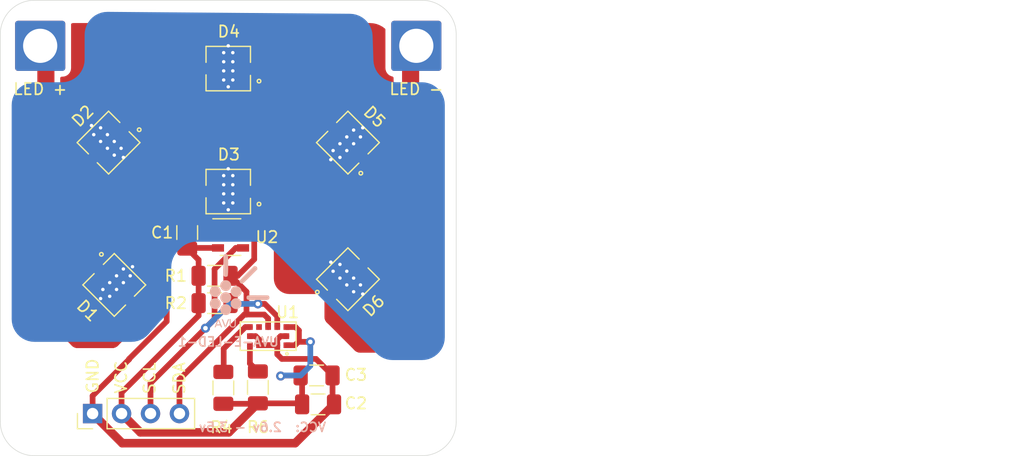
<source format=kicad_pcb>
(kicad_pcb (version 20171130) (host pcbnew 5.1.6)

  (general
    (thickness 0.8)
    (drawings 19)
    (tracks 189)
    (zones 0)
    (modules 21)
    (nets 16)
  )

  (page A4)
  (layers
    (0 F.Cu signal)
    (31 B.Cu signal)
    (32 B.Adhes user)
    (33 F.Adhes user)
    (34 B.Paste user)
    (35 F.Paste user)
    (36 B.SilkS user)
    (37 F.SilkS user)
    (38 B.Mask user)
    (39 F.Mask user)
    (40 Dwgs.User user)
    (41 Cmts.User user)
    (42 Eco1.User user)
    (43 Eco2.User user)
    (44 Edge.Cuts user)
    (45 Margin user)
    (46 B.CrtYd user)
    (47 F.CrtYd user)
    (48 B.Fab user)
    (49 F.Fab user hide)
  )

  (setup
    (last_trace_width 0.25)
    (user_trace_width 0.5)
    (user_trace_width 0.75)
    (user_trace_width 1)
    (user_trace_width 1.5)
    (user_trace_width 2)
    (trace_clearance 0.2)
    (zone_clearance 0.508)
    (zone_45_only yes)
    (trace_min 0.2)
    (via_size 0.8)
    (via_drill 0.4)
    (via_min_size 0.3)
    (via_min_drill 0.3)
    (user_via 0.6 0.3)
    (uvia_size 0.3)
    (uvia_drill 0.1)
    (uvias_allowed no)
    (uvia_min_size 0.2)
    (uvia_min_drill 0.1)
    (edge_width 0.05)
    (segment_width 0.2)
    (pcb_text_width 0.3)
    (pcb_text_size 1.5 1.5)
    (mod_edge_width 0.12)
    (mod_text_size 1 1)
    (mod_text_width 0.15)
    (pad_size 1.3 3.3)
    (pad_drill 0)
    (pad_to_mask_clearance 0.05)
    (aux_axis_origin 0 0)
    (visible_elements 7FFFFFFF)
    (pcbplotparams
      (layerselection 0x010fc_ffffffff)
      (usegerberextensions false)
      (usegerberattributes true)
      (usegerberadvancedattributes true)
      (creategerberjobfile true)
      (excludeedgelayer true)
      (linewidth 0.100000)
      (plotframeref false)
      (viasonmask false)
      (mode 1)
      (useauxorigin false)
      (hpglpennumber 1)
      (hpglpenspeed 20)
      (hpglpendiameter 15.000000)
      (psnegative false)
      (psa4output false)
      (plotreference true)
      (plotvalue true)
      (plotinvisibletext false)
      (padsonsilk false)
      (subtractmaskfromsilk false)
      (outputformat 1)
      (mirror false)
      (drillshape 0)
      (scaleselection 1)
      (outputdirectory "gerber/"))
  )

  (net 0 "")
  (net 1 VCC)
  (net 2 GND)
  (net 3 "Net-(D1-Pad1)")
  (net 4 "Net-(D1-Pad2)")
  (net 5 "Net-(D2-Pad1)")
  (net 6 "Net-(D3-Pad1)")
  (net 7 "Net-(D4-Pad1)")
  (net 8 "Net-(D5-Pad1)")
  (net 9 "Net-(D6-Pad1)")
  (net 10 "Net-(J1-Pad3)")
  (net 11 "Net-(R4-Pad2)")
  (net 12 "Net-(R6-Pad2)")
  (net 13 "Net-(U1-Pad8)")
  (net 14 "Net-(U2-Pad5)")
  (net 15 "Net-(J1-Pad4)")

  (net_class Default "This is the default net class."
    (clearance 0.2)
    (trace_width 0.25)
    (via_dia 0.8)
    (via_drill 0.4)
    (uvia_dia 0.3)
    (uvia_drill 0.1)
    (add_net GND)
    (add_net "Net-(D1-Pad1)")
    (add_net "Net-(D1-Pad2)")
    (add_net "Net-(D2-Pad1)")
    (add_net "Net-(D3-Pad1)")
    (add_net "Net-(D4-Pad1)")
    (add_net "Net-(D5-Pad1)")
    (add_net "Net-(D6-Pad1)")
    (add_net "Net-(J1-Pad3)")
    (add_net "Net-(J1-Pad4)")
    (add_net "Net-(R4-Pad2)")
    (add_net "Net-(R6-Pad2)")
    (add_net "Net-(U1-Pad8)")
    (add_net "Net-(U2-Pad5)")
    (add_net VCC)
  )

  (module logo:logo (layer B.Cu) (tedit 0) (tstamp 5F5D6278)
    (at 116 61.5 180)
    (fp_text reference G*** (at 0 0) (layer B.SilkS) hide
      (effects (font (size 1.524 1.524) (thickness 0.3)) (justify mirror))
    )
    (fp_text value LOGO (at 0.75 0) (layer B.SilkS) hide
      (effects (font (size 1.524 1.524) (thickness 0.3)) (justify mirror))
    )
    (fp_poly (pts (xy 1.26529 3.214234) (xy 1.340054 3.179786) (xy 1.369452 3.153605) (xy 1.416539 3.103501)
      (xy 1.422169 2.250251) (xy 1.423099 2.069842) (xy 1.423475 1.900351) (xy 1.423322 1.746024)
      (xy 1.422668 1.611105) (xy 1.421539 1.49984) (xy 1.419962 1.416475) (xy 1.417963 1.365254)
      (xy 1.416494 1.351374) (xy 1.381891 1.28564) (xy 1.321764 1.23634) (xy 1.249103 1.213287)
      (xy 1.232955 1.212707) (xy 1.172188 1.219431) (xy 1.121465 1.233903) (xy 1.119604 1.234773)
      (xy 1.095736 1.247594) (xy 1.075842 1.263246) (xy 1.059563 1.285167) (xy 1.046536 1.316796)
      (xy 1.0364 1.36157) (xy 1.028796 1.422927) (xy 1.023361 1.504303) (xy 1.019734 1.609138)
      (xy 1.017556 1.740867) (xy 1.016463 1.902931) (xy 1.016097 2.098764) (xy 1.016073 2.220569)
      (xy 1.016159 2.42377) (xy 1.016487 2.591613) (xy 1.017216 2.727816) (xy 1.018509 2.836096)
      (xy 1.020527 2.920172) (xy 1.02343 2.983763) (xy 1.027381 3.030585) (xy 1.032541 3.064359)
      (xy 1.03907 3.088801) (xy 1.047131 3.107629) (xy 1.055159 3.121757) (xy 1.113324 3.184254)
      (xy 1.18654 3.215402) (xy 1.26529 3.214234)) (layer B.SilkS) (width 0.01))
    (fp_poly (pts (xy -0.651256 1.539953) (xy -0.522965 1.411198) (xy -0.402832 1.289281) (xy -0.293804 1.177292)
      (xy -0.198832 1.078322) (xy -0.120866 0.995464) (xy -0.062855 0.931808) (xy -0.027748 0.890446)
      (xy -0.018529 0.876794) (xy -0.00563 0.801701) (xy -0.024706 0.731616) (xy -0.068681 0.673044)
      (xy -0.130482 0.632492) (xy -0.203033 0.616467) (xy -0.279261 0.631474) (xy -0.283307 0.633277)
      (xy -0.309193 0.652548) (xy -0.359339 0.696673) (xy -0.430603 0.762649) (xy -0.519844 0.847473)
      (xy -0.623919 0.948139) (xy -0.739687 1.061644) (xy -0.864005 1.184983) (xy -0.94273 1.2638)
      (xy -1.543538 1.86738) (xy -1.543538 1.951193) (xy -1.526768 2.038095) (xy -1.479743 2.103066)
      (xy -1.407394 2.141175) (xy -1.345489 2.149231) (xy -1.261665 2.149231) (xy -0.651256 1.539953)) (layer B.SilkS) (width 0.01))
    (fp_poly (pts (xy 1.365697 0.897262) (xy 1.375195 0.894547) (xy 1.450083 0.857922) (xy 1.529086 0.796243)
      (xy 1.601218 0.720497) (xy 1.655491 0.641673) (xy 1.676085 0.593657) (xy 1.69768 0.457905)
      (xy 1.683658 0.327013) (xy 1.636509 0.207008) (xy 1.55872 0.103922) (xy 1.452782 0.023784)
      (xy 1.437492 0.015582) (xy 1.34581 -0.016641) (xy 1.239438 -0.03165) (xy 1.135705 -0.028126)
      (xy 1.069691 -0.01239) (xy 0.948317 0.053245) (xy 0.84823 0.14969) (xy 0.806398 0.210701)
      (xy 0.765863 0.312776) (xy 0.749891 0.42996) (xy 0.758859 0.547594) (xy 0.793144 0.651024)
      (xy 0.794984 0.654539) (xy 0.874987 0.766153) (xy 0.977719 0.848574) (xy 1.097521 0.89946)
      (xy 1.228734 0.916469) (xy 1.365697 0.897262)) (layer B.SilkS) (width 0.01))
    (fp_poly (pts (xy 2.24914 0.375327) (xy 2.366454 0.330438) (xy 2.467013 0.257389) (xy 2.545524 0.159581)
      (xy 2.596694 0.040418) (xy 2.611571 -0.035528) (xy 2.608455 -0.164527) (xy 2.571134 -0.284245)
      (xy 2.504305 -0.389076) (xy 2.412665 -0.473413) (xy 2.300913 -0.531648) (xy 2.173745 -0.558176)
      (xy 2.173662 -0.558181) (xy 2.102272 -0.559552) (xy 2.039781 -0.555116) (xy 2.012335 -0.549522)
      (xy 1.884617 -0.48914) (xy 1.783284 -0.403148) (xy 1.710982 -0.296521) (xy 1.670362 -0.174232)
      (xy 1.664071 -0.041255) (xy 1.684531 0.066118) (xy 1.721156 0.141006) (xy 1.782835 0.22001)
      (xy 1.85858 0.292141) (xy 1.937405 0.346414) (xy 1.985421 0.367009) (xy 2.120365 0.388651)
      (xy 2.24914 0.375327)) (layer B.SilkS) (width 0.01))
    (fp_poly (pts (xy 0.432722 0.37384) (xy 0.545648 0.326886) (xy 0.635421 0.257782) (xy 0.719994 0.148511)
      (xy 0.769251 0.024569) (xy 0.782133 -0.109907) (xy 0.761969 -0.235738) (xy 0.726173 -0.312804)
      (xy 0.665578 -0.393345) (xy 0.591063 -0.464892) (xy 0.521969 -0.510841) (xy 0.416757 -0.546601)
      (xy 0.297508 -0.559025) (xy 0.182048 -0.547027) (xy 0.138441 -0.534249) (xy 0.037309 -0.478747)
      (xy -0.052254 -0.395597) (xy -0.119693 -0.29602) (xy -0.145244 -0.232723) (xy -0.166843 -0.150589)
      (xy -0.17394 -0.086844) (xy -0.166651 -0.023641) (xy -0.147099 0.050185) (xy -0.09373 0.167804)
      (xy -0.014618 0.262191) (xy 0.08391 0.331666) (xy 0.195527 0.374552) (xy 0.313906 0.389169)
      (xy 0.432722 0.37384)) (layer B.SilkS) (width 0.01))
    (fp_poly (pts (xy -1.089905 -0.413137) (xy -0.970041 -0.414747) (xy -0.875381 -0.417872) (xy -0.802458 -0.422792)
      (xy -0.747803 -0.429787) (xy -0.707949 -0.439138) (xy -0.679428 -0.451124) (xy -0.658773 -0.466026)
      (xy -0.642516 -0.484124) (xy -0.634221 -0.495501) (xy -0.611567 -0.55519) (xy -0.607473 -0.630382)
      (xy -0.621776 -0.702283) (xy -0.636289 -0.731917) (xy -0.677119 -0.772193) (xy -0.727128 -0.799615)
      (xy -0.76482 -0.805525) (xy -0.840745 -0.810487) (xy -0.954068 -0.814479) (xy -1.103955 -0.817483)
      (xy -1.289574 -0.819479) (xy -1.510089 -0.820447) (xy -1.619723 -0.820542) (xy -1.82229 -0.820455)
      (xy -1.989511 -0.820125) (xy -2.125116 -0.819388) (xy -2.232836 -0.818083) (xy -2.316402 -0.816047)
      (xy -2.379545 -0.813116) (xy -2.425994 -0.809129) (xy -2.459481 -0.803922) (xy -2.483737 -0.797333)
      (xy -2.502491 -0.789199) (xy -2.516064 -0.781456) (xy -2.578561 -0.723291) (xy -2.609709 -0.650075)
      (xy -2.608541 -0.571326) (xy -2.574093 -0.496562) (xy -2.547912 -0.467163) (xy -2.497808 -0.420077)
      (xy -1.635398 -0.414592) (xy -1.419116 -0.41334) (xy -1.238441 -0.412761) (xy -1.089905 -0.413137)) (layer B.SilkS) (width 0.01))
    (fp_poly (pts (xy 1.346892 -0.156237) (xy 1.417625 -0.183147) (xy 1.530288 -0.253847) (xy 1.613236 -0.343235)
      (xy 1.667469 -0.445853) (xy 1.693989 -0.556242) (xy 1.693797 -0.668945) (xy 1.667894 -0.778502)
      (xy 1.617281 -0.879455) (xy 1.542959 -0.966347) (xy 1.445929 -1.033718) (xy 1.327193 -1.076111)
      (xy 1.251876 -1.086885) (xy 1.161573 -1.085916) (xy 1.082304 -1.0717) (xy 1.069909 -1.067542)
      (xy 0.971413 -1.021781) (xy 0.896008 -0.96263) (xy 0.839709 -0.895053) (xy 0.776839 -0.780076)
      (xy 0.748601 -0.662663) (xy 0.751475 -0.547152) (xy 0.781938 -0.437882) (xy 0.836469 -0.339191)
      (xy 0.911546 -0.255416) (xy 1.003649 -0.190895) (xy 1.109255 -0.149966) (xy 1.224843 -0.136968)
      (xy 1.346892 -0.156237)) (layer B.SilkS) (width 0.01))
    (fp_poly (pts (xy 2.21754 -0.674379) (xy 2.329469 -0.707555) (xy 2.43048 -0.76683) (xy 2.514846 -0.85047)
      (xy 2.57684 -0.956741) (xy 2.610737 -1.08391) (xy 2.611571 -1.090605) (xy 2.607707 -1.216853)
      (xy 2.569422 -1.338695) (xy 2.501152 -1.447604) (xy 2.407333 -1.53505) (xy 2.367283 -1.560121)
      (xy 2.288142 -1.591201) (xy 2.192616 -1.61066) (xy 2.0972 -1.616433) (xy 2.018389 -1.606451)
      (xy 2.012335 -1.604599) (xy 1.888446 -1.546204) (xy 1.789561 -1.463917) (xy 1.717459 -1.363483)
      (xy 1.673915 -1.250649) (xy 1.660705 -1.131159) (xy 1.679605 -1.01076) (xy 1.732391 -0.895198)
      (xy 1.775166 -0.837347) (xy 1.873506 -0.748787) (xy 1.983832 -0.693261) (xy 2.100419 -0.669037)
      (xy 2.21754 -0.674379)) (layer B.SilkS) (width 0.01))
    (fp_poly (pts (xy 0.39221 -0.673882) (xy 0.507217 -0.710766) (xy 0.61299 -0.780621) (xy 0.640096 -0.806286)
      (xy 0.691241 -0.865901) (xy 0.73427 -0.928741) (xy 0.751306 -0.961641) (xy 0.774619 -1.052952)
      (xy 0.780254 -1.161155) (xy 0.767619 -1.267999) (xy 0.761969 -1.290815) (xy 0.726173 -1.367881)
      (xy 0.665578 -1.448422) (xy 0.591063 -1.519969) (xy 0.521969 -1.565918) (xy 0.428257 -1.598925)
      (xy 0.320719 -1.614278) (xy 0.21637 -1.610642) (xy 0.151384 -1.595006) (xy 0.031842 -1.531549)
      (xy -0.062878 -1.442754) (xy -0.129456 -1.334525) (xy -0.16457 -1.212767) (xy -0.164896 -1.083386)
      (xy -0.157967 -1.04509) (xy -0.112722 -0.921602) (xy -0.04095 -0.820384) (xy 0.05139 -0.74322)
      (xy 0.158336 -0.691892) (xy 0.27393 -0.668185) (xy 0.39221 -0.673882)) (layer B.SilkS) (width 0.01))
    (fp_poly (pts (xy 1.306483 -1.202434) (xy 1.419439 -1.237595) (xy 1.521855 -1.301854) (xy 1.607855 -1.395145)
      (xy 1.653906 -1.475011) (xy 1.692046 -1.600102) (xy 1.694332 -1.726766) (xy 1.663102 -1.848309)
      (xy 1.600696 -1.958036) (xy 1.50945 -2.049252) (xy 1.437492 -2.094572) (xy 1.363279 -2.121208)
      (xy 1.271993 -2.138071) (xy 1.180265 -2.143342) (xy 1.104725 -2.135201) (xy 1.094028 -2.132138)
      (xy 0.963165 -2.072084) (xy 0.863179 -1.988406) (xy 0.794843 -1.882151) (xy 0.75893 -1.754366)
      (xy 0.753262 -1.670538) (xy 0.759833 -1.562909) (xy 0.780532 -1.483788) (xy 0.78917 -1.465384)
      (xy 0.866724 -1.354076) (xy 0.963106 -1.272192) (xy 1.072443 -1.219667) (xy 1.188859 -1.196437)
      (xy 1.306483 -1.202434)) (layer B.SilkS) (width 0.01))
    (fp_poly (pts (xy 1.904588 -2.508537) (xy 1.920633 -2.523297) (xy 1.938649 -2.553088) (xy 1.961244 -2.602664)
      (xy 1.99103 -2.676778) (xy 2.030614 -2.780186) (xy 2.056423 -2.848401) (xy 2.097545 -2.957851)
      (xy 2.133432 -3.05464) (xy 2.161945 -3.132891) (xy 2.180943 -3.186724) (xy 2.188285 -3.210262)
      (xy 2.188308 -3.210573) (xy 2.171681 -3.220873) (xy 2.1435 -3.223846) (xy 2.110829 -3.214801)
      (xy 2.085593 -3.181846) (xy 2.068467 -3.140807) (xy 2.038243 -3.057769) (xy 1.870941 -3.052151)
      (xy 1.703638 -3.046534) (xy 1.66978 -3.13519) (xy 1.644469 -3.190979) (xy 1.619109 -3.21753)
      (xy 1.588414 -3.223846) (xy 1.554243 -3.217346) (xy 1.550631 -3.193488) (xy 1.55178 -3.189582)
      (xy 1.562136 -3.160765) (xy 1.58409 -3.102161) (xy 1.61512 -3.020419) (xy 1.6397 -2.956175)
      (xy 1.738923 -2.956175) (xy 1.756747 -2.963138) (xy 1.803381 -2.968061) (xy 1.865923 -2.969846)
      (xy 1.930597 -2.967261) (xy 1.976338 -2.960499) (xy 1.992923 -2.951425) (xy 1.98631 -2.92314)
      (xy 1.969254 -2.870163) (xy 1.945929 -2.803874) (xy 1.920509 -2.735654) (xy 1.897171 -2.676883)
      (xy 1.880087 -2.63894) (xy 1.875695 -2.631853) (xy 1.86478 -2.643077) (xy 1.844381 -2.681577)
      (xy 1.818467 -2.737945) (xy 1.791007 -2.802767) (xy 1.765968 -2.866635) (xy 1.747321 -2.920137)
      (xy 1.739033 -2.953862) (xy 1.738923 -2.956175) (xy 1.6397 -2.956175) (xy 1.652704 -2.922189)
      (xy 1.687029 -2.833005) (xy 1.731975 -2.717287) (xy 1.765933 -2.633023) (xy 1.791717 -2.575112)
      (xy 1.812143 -2.538452) (xy 1.830027 -2.517941) (xy 1.848184 -2.508476) (xy 1.867971 -2.505096)
      (xy 1.887904 -2.504055) (xy 1.904588 -2.508537)) (layer B.SilkS) (width 0.01))
    (fp_poly (pts (xy 1.553472 -2.506429) (xy 1.563457 -2.515577) (xy 1.556992 -2.537648) (xy 1.538772 -2.590313)
      (xy 1.510933 -2.667641) (xy 1.475612 -2.7637) (xy 1.434945 -2.87256) (xy 1.433259 -2.877038)
      (xy 1.387604 -2.997676) (xy 1.352945 -3.086527) (xy 1.326695 -3.148441) (xy 1.30627 -3.188271)
      (xy 1.289082 -3.210869) (xy 1.272546 -3.221088) (xy 1.254075 -3.22378) (xy 1.248417 -3.223846)
      (xy 1.205744 -3.219125) (xy 1.185251 -3.209192) (xy 1.175813 -3.187184) (xy 1.155514 -3.13608)
      (xy 1.126999 -3.062824) (xy 1.092914 -2.974362) (xy 1.055905 -2.87764) (xy 1.018618 -2.779602)
      (xy 0.9837 -2.687195) (xy 0.953796 -2.607362) (xy 0.931552 -2.547051) (xy 0.919614 -2.513206)
      (xy 0.918308 -2.5085) (xy 0.93503 -2.502723) (xy 0.965446 -2.500923) (xy 0.992366 -2.506065)
      (xy 1.014486 -2.526602) (xy 1.037444 -2.570195) (xy 1.062474 -2.632807) (xy 1.093391 -2.71456)
      (xy 1.131171 -2.814499) (xy 1.16887 -2.914255) (xy 1.178153 -2.938823) (xy 1.243941 -3.112954)
      (xy 1.323185 -2.90848) (xy 1.359805 -2.813199) (xy 1.395234 -2.719653) (xy 1.42459 -2.640803)
      (xy 1.438493 -2.602464) (xy 1.46335 -2.541599) (xy 1.486517 -2.510568) (xy 1.514599 -2.501021)
      (xy 1.518817 -2.500923) (xy 1.553472 -2.506429)) (layer B.SilkS) (width 0.01))
    (fp_poly (pts (xy 0.433323 -2.793357) (xy 0.436941 -2.920571) (xy 0.443171 -3.013927) (xy 0.454498 -3.078641)
      (xy 0.473406 -3.119934) (xy 0.502378 -3.143021) (xy 0.543899 -3.153122) (xy 0.600452 -3.155454)
      (xy 0.605693 -3.155461) (xy 0.663554 -3.153525) (xy 0.706184 -3.144236) (xy 0.736067 -3.122378)
      (xy 0.755688 -3.082732) (xy 0.767529 -3.02008) (xy 0.774076 -2.929204) (xy 0.77781 -2.804886)
      (xy 0.778062 -2.793357) (xy 0.784354 -2.500923) (xy 0.879231 -2.500923) (xy 0.879158 -2.779346)
      (xy 0.878527 -2.892475) (xy 0.876126 -2.974059) (xy 0.871088 -3.031617) (xy 0.862548 -3.072671)
      (xy 0.849639 -3.104741) (xy 0.839653 -3.122445) (xy 0.778549 -3.187527) (xy 0.695251 -3.228155)
      (xy 0.599995 -3.241678) (xy 0.503016 -3.225444) (xy 0.478693 -3.215981) (xy 0.430213 -3.192224)
      (xy 0.394663 -3.165919) (xy 0.369879 -3.130805) (xy 0.353699 -3.08062) (xy 0.343961 -3.009103)
      (xy 0.338503 -2.90999) (xy 0.335663 -2.801778) (xy 0.329403 -2.500923) (xy 0.427031 -2.500923)
      (xy 0.433323 -2.793357)) (layer B.SilkS) (width 0.01))
  )

  (module MountingHole:MountingHole_2.2mm_M2 (layer F.Cu) (tedit 56D1B4CB) (tstamp 5F2AA000)
    (at 132.2 73.2)
    (descr "Mounting Hole 2.2mm, no annular, M2")
    (tags "mounting hole 2.2mm no annular m2")
    (attr virtual)
    (fp_text reference REF** (at 0 -3.2) (layer F.SilkS) hide
      (effects (font (size 1 1) (thickness 0.15)))
    )
    (fp_text value MountingHole_2.2mm_M2 (at 0 3.2) (layer F.Fab)
      (effects (font (size 1 1) (thickness 0.15)))
    )
    (fp_circle (center 0 0) (end 2.2 0) (layer Cmts.User) (width 0.15))
    (fp_circle (center 0 0) (end 2.45 0) (layer F.CrtYd) (width 0.05))
    (fp_text user %R (at 0.3 0) (layer F.Fab)
      (effects (font (size 1 1) (thickness 0.15)))
    )
    (pad 1 np_thru_hole circle (at 0 0) (size 2.2 2.2) (drill 2.2) (layers *.Cu *.Mask))
  )

  (module MountingHole:MountingHole_2.2mm_M2 (layer F.Cu) (tedit 56D1B4CB) (tstamp 5F2A9FA3)
    (at 97.8 73.2)
    (descr "Mounting Hole 2.2mm, no annular, M2")
    (tags "mounting hole 2.2mm no annular m2")
    (attr virtual)
    (fp_text reference REF** (at 0 -3.2) (layer F.SilkS) hide
      (effects (font (size 1 1) (thickness 0.15)))
    )
    (fp_text value MountingHole_2.2mm_M2 (at 0 3.2) (layer F.Fab)
      (effects (font (size 1 1) (thickness 0.15)))
    )
    (fp_circle (center 0 0) (end 2.2 0) (layer Cmts.User) (width 0.15))
    (fp_circle (center 0 0) (end 2.45 0) (layer F.CrtYd) (width 0.05))
    (fp_text user %R (at 0.3 0) (layer F.Fab)
      (effects (font (size 1 1) (thickness 0.15)))
    )
    (pad 1 np_thru_hole circle (at 0 0) (size 2.2 2.2) (drill 2.2) (layers *.Cu *.Mask))
  )

  (module Connector_Wire:SolderWire-2.5sqmm_1x01_D2.4mm_OD4.4mm (layer F.Cu) (tedit 5EB70B45) (tstamp 5F2954B3)
    (at 98.5 40)
    (descr "Soldered wire connection, for a single 2.5 mm² wire, reinforced insulation, conductor diameter 2.4mm, outer diameter 4.4mm, size source Multi-Contact FLEXI-xV 2.5 (https://ec.staubli.com/AcroFiles/Catalogues/TM_Cab-Main-11014119_(en)_hi.pdf), bend radius 3 times outer diameter, generated with kicad-footprint-generator")
    (tags "connector wire 2.5sqmm")
    (path /5F2A1772)
    (attr virtual)
    (fp_text reference "LED +" (at 0 3.8) (layer F.SilkS)
      (effects (font (size 1 1) (thickness 0.15)))
    )
    (fp_text value Conn_01x01 (at 0 3.4) (layer F.Fab)
      (effects (font (size 1 1) (thickness 0.15)))
    )
    (fp_line (start 2.95 -2.7) (end -2.95 -2.7) (layer F.CrtYd) (width 0.05))
    (fp_line (start 2.95 2.7) (end 2.95 -2.7) (layer F.CrtYd) (width 0.05))
    (fp_line (start -2.95 2.7) (end 2.95 2.7) (layer F.CrtYd) (width 0.05))
    (fp_line (start -2.95 -2.7) (end -2.95 2.7) (layer F.CrtYd) (width 0.05))
    (fp_circle (center 0 0) (end 2.2 0) (layer F.Fab) (width 0.1))
    (fp_text user %R (at 0 0) (layer F.Fab)
      (effects (font (size 1 1) (thickness 0.15)))
    )
    (pad 1 thru_hole roundrect (at 0 0) (size 4.4 4.4) (drill 3) (layers *.Cu *.Mask) (roundrect_rratio 0.056818)
      (net 4 "Net-(D1-Pad2)"))
    (model ${KISYS3DMOD}/Connector_Wire.3dshapes/SolderWire-2.5sqmm_1x01_D2.4mm_OD4.4mm.wrl
      (at (xyz 0 0 0))
      (scale (xyz 1 1 1))
      (rotate (xyz 0 0 0))
    )
  )

  (module Connector_Wire:SolderWire-2.5sqmm_1x01_D2.4mm_OD4.4mm (layer F.Cu) (tedit 5EB70B45) (tstamp 5F294FC2)
    (at 131.5 40)
    (descr "Soldered wire connection, for a single 2.5 mm² wire, reinforced insulation, conductor diameter 2.4mm, outer diameter 4.4mm, size source Multi-Contact FLEXI-xV 2.5 (https://ec.staubli.com/AcroFiles/Catalogues/TM_Cab-Main-11014119_(en)_hi.pdf), bend radius 3 times outer diameter, generated with kicad-footprint-generator")
    (tags "connector wire 2.5sqmm")
    (path /5F2A2209)
    (attr virtual)
    (fp_text reference "LED -" (at 0 3.8) (layer F.SilkS)
      (effects (font (size 1 1) (thickness 0.15)))
    )
    (fp_text value Conn_01x01 (at 0 3.4) (layer F.Fab)
      (effects (font (size 1 1) (thickness 0.15)))
    )
    (fp_line (start 2.95 -2.7) (end -2.95 -2.7) (layer F.CrtYd) (width 0.05))
    (fp_line (start 2.95 2.7) (end 2.95 -2.7) (layer F.CrtYd) (width 0.05))
    (fp_line (start -2.95 2.7) (end 2.95 2.7) (layer F.CrtYd) (width 0.05))
    (fp_line (start -2.95 -2.7) (end -2.95 2.7) (layer F.CrtYd) (width 0.05))
    (fp_circle (center 0 0) (end 2.2 0) (layer F.Fab) (width 0.1))
    (fp_text user %R (at 0 0) (layer F.Fab)
      (effects (font (size 1 1) (thickness 0.15)))
    )
    (pad 1 thru_hole roundrect (at 0 0) (size 4.4 4.4) (drill 3) (layers *.Cu *.Mask) (roundrect_rratio 0.056818)
      (net 9 "Net-(D6-Pad1)"))
    (model ${KISYS3DMOD}/Connector_Wire.3dshapes/SolderWire-2.5sqmm_1x01_D2.4mm_OD4.4mm.wrl
      (at (xyz 0 0 0))
      (scale (xyz 1 1 1))
      (rotate (xyz 0 0 0))
    )
  )

  (module Package_TO_SOT_SMD:SOT-23-6 (layer F.Cu) (tedit 5A02FF57) (tstamp 5F29A207)
    (at 115.2 56.8)
    (descr "6-pin SOT-23 package")
    (tags SOT-23-6)
    (path /5F24DEDE)
    (attr smd)
    (fp_text reference U2 (at 3.2 0) (layer F.SilkS)
      (effects (font (size 1 1) (thickness 0.15)))
    )
    (fp_text value LM73 (at 0 2.9) (layer F.Fab)
      (effects (font (size 1 1) (thickness 0.15)))
    )
    (fp_line (start -0.9 1.61) (end 0.9 1.61) (layer F.SilkS) (width 0.12))
    (fp_line (start 0.9 -1.61) (end -1.55 -1.61) (layer F.SilkS) (width 0.12))
    (fp_line (start 1.9 -1.8) (end -1.9 -1.8) (layer F.CrtYd) (width 0.05))
    (fp_line (start 1.9 1.8) (end 1.9 -1.8) (layer F.CrtYd) (width 0.05))
    (fp_line (start -1.9 1.8) (end 1.9 1.8) (layer F.CrtYd) (width 0.05))
    (fp_line (start -1.9 -1.8) (end -1.9 1.8) (layer F.CrtYd) (width 0.05))
    (fp_line (start -0.9 -0.9) (end -0.25 -1.55) (layer F.Fab) (width 0.1))
    (fp_line (start 0.9 -1.55) (end -0.25 -1.55) (layer F.Fab) (width 0.1))
    (fp_line (start -0.9 -0.9) (end -0.9 1.55) (layer F.Fab) (width 0.1))
    (fp_line (start 0.9 1.55) (end -0.9 1.55) (layer F.Fab) (width 0.1))
    (fp_line (start 0.9 -1.55) (end 0.9 1.55) (layer F.Fab) (width 0.1))
    (fp_text user %R (at 0 0 90) (layer F.Fab)
      (effects (font (size 0.5 0.5) (thickness 0.075)))
    )
    (pad 5 smd rect (at 1.1 0) (size 1.06 0.65) (layers F.Cu F.Paste F.Mask)
      (net 14 "Net-(U2-Pad5)"))
    (pad 6 smd rect (at 1.1 -0.95) (size 1.06 0.65) (layers F.Cu F.Paste F.Mask)
      (net 15 "Net-(J1-Pad4)"))
    (pad 4 smd rect (at 1.1 0.95) (size 1.06 0.65) (layers F.Cu F.Paste F.Mask)
      (net 10 "Net-(J1-Pad3)"))
    (pad 3 smd rect (at -1.1 0.95) (size 1.06 0.65) (layers F.Cu F.Paste F.Mask)
      (net 1 VCC))
    (pad 2 smd rect (at -1.1 0) (size 1.06 0.65) (layers F.Cu F.Paste F.Mask)
      (net 2 GND))
    (pad 1 smd rect (at -1.1 -0.95) (size 1.06 0.65) (layers F.Cu F.Paste F.Mask)
      (net 2 GND))
    (model ${KISYS3DMOD}/Package_TO_SOT_SMD.3dshapes/SOT-23-6.wrl
      (at (xyz 0 0 0))
      (scale (xyz 1 1 1))
      (rotate (xyz 0 0 0))
    )
  )

  (module VL53L1X:VL53L1X (layer F.Cu) (tedit 5F248FAF) (tstamp 5F2936A9)
    (at 118.5 65.5 270)
    (path /5F23331E)
    (fp_text reference U1 (at -2.1 -1.7 180) (layer F.SilkS)
      (effects (font (size 1 1) (thickness 0.15)))
    )
    (fp_text value VL53L1X (at 0 -3.6 90) (layer F.Fab)
      (effects (font (size 1 1) (thickness 0.15)))
    )
    (fp_circle (center 1.55 -1.65) (end 1.65 -1.6) (layer F.SilkS) (width 0.12))
    (fp_line (start -1.25 2.45) (end -1.25 -2.45) (layer F.SilkS) (width 0.12))
    (fp_line (start 1.25 2.45) (end -1.25 2.45) (layer F.SilkS) (width 0.12))
    (fp_line (start 1.25 -2.45) (end 1.25 2.45) (layer F.SilkS) (width 0.12))
    (fp_line (start -1.25 -2.45) (end 1.25 -2.45) (layer F.SilkS) (width 0.12))
    (pad 1 smd rect (at 0.675 -1.89 270) (size 0.25 0.08) (layers F.Cu F.Paste F.Mask)
      (net 1 VCC))
    (pad 6 smd rect (at 0 1.6 270) (size 0.5 0.5) (layers F.Cu F.Paste F.Mask)
      (net 2 GND))
    (pad 5 smd rect (at 0.8 1.6 270) (size 0.5 0.5) (layers F.Cu F.Paste F.Mask)
      (net 12 "Net-(R6-Pad2)"))
    (pad 4 smd rect (at 0.8 0.8 270) (size 0.5 0.5) (layers F.Cu F.Paste F.Mask)
      (net 2 GND))
    (pad 3 smd rect (at 0.8 0 270) (size 0.5 0.5) (layers F.Cu F.Paste F.Mask)
      (net 2 GND))
    (pad 2 smd rect (at 0.8 -0.8 270) (size 0.5 0.5) (layers F.Cu F.Paste F.Mask)
      (net 2 GND))
    (pad 1 smd rect (at 0.8 -1.6 270) (size 0.5 0.5) (layers F.Cu F.Paste F.Mask)
      (net 1 VCC))
    (pad 12 smd rect (at 0 -1.6 270) (size 0.5 0.5) (layers F.Cu F.Paste F.Mask)
      (net 2 GND))
    (pad 7 smd rect (at -0.8 1.6 270) (size 0.5 0.5) (layers F.Cu F.Paste F.Mask)
      (net 11 "Net-(R4-Pad2)"))
    (pad 8 smd rect (at -0.8 0.8 270) (size 0.5 0.5) (layers F.Cu F.Paste F.Mask)
      (net 13 "Net-(U1-Pad8)"))
    (pad 9 smd rect (at -0.8 0 270) (size 0.5 0.5) (layers F.Cu F.Paste F.Mask)
      (net 15 "Net-(J1-Pad4)"))
    (pad 10 smd rect (at -0.8 -0.8 270) (size 0.5 0.5) (layers F.Cu F.Paste F.Mask)
      (net 10 "Net-(J1-Pad3)"))
    (pad 11 smd rect (at -0.8 -1.6 270) (size 0.5 0.5) (layers F.Cu F.Paste F.Mask)
      (net 1 VCC))
  )

  (module Resistor_SMD:R_1206_3216Metric (layer F.Cu) (tedit 5B301BBD) (tstamp 5F35D23C)
    (at 117.6 70 90)
    (descr "Resistor SMD 1206 (3216 Metric), square (rectangular) end terminal, IPC_7351 nominal, (Body size source: http://www.tortai-tech.com/upload/download/2011102023233369053.pdf), generated with kicad-footprint-generator")
    (tags resistor)
    (path /5F235DBF)
    (attr smd)
    (fp_text reference R6 (at -3.49 0.02 180) (layer F.SilkS)
      (effects (font (size 1 1) (thickness 0.15)))
    )
    (fp_text value 10k (at 0 1.82 90) (layer F.Fab)
      (effects (font (size 1 1) (thickness 0.15)))
    )
    (fp_line (start -1.6 0.8) (end -1.6 -0.8) (layer F.Fab) (width 0.1))
    (fp_line (start -1.6 -0.8) (end 1.6 -0.8) (layer F.Fab) (width 0.1))
    (fp_line (start 1.6 -0.8) (end 1.6 0.8) (layer F.Fab) (width 0.1))
    (fp_line (start 1.6 0.8) (end -1.6 0.8) (layer F.Fab) (width 0.1))
    (fp_line (start -0.602064 -0.91) (end 0.602064 -0.91) (layer F.SilkS) (width 0.12))
    (fp_line (start -0.602064 0.91) (end 0.602064 0.91) (layer F.SilkS) (width 0.12))
    (fp_line (start -2.28 1.12) (end -2.28 -1.12) (layer F.CrtYd) (width 0.05))
    (fp_line (start -2.28 -1.12) (end 2.28 -1.12) (layer F.CrtYd) (width 0.05))
    (fp_line (start 2.28 -1.12) (end 2.28 1.12) (layer F.CrtYd) (width 0.05))
    (fp_line (start 2.28 1.12) (end -2.28 1.12) (layer F.CrtYd) (width 0.05))
    (fp_text user %R (at 0 0 90) (layer F.Fab)
      (effects (font (size 0.8 0.8) (thickness 0.12)))
    )
    (pad 2 smd roundrect (at 1.4 0 90) (size 1.25 1.75) (layers F.Cu F.Paste F.Mask) (roundrect_rratio 0.2)
      (net 12 "Net-(R6-Pad2)"))
    (pad 1 smd roundrect (at -1.4 0 90) (size 1.25 1.75) (layers F.Cu F.Paste F.Mask) (roundrect_rratio 0.2)
      (net 1 VCC))
    (model ${KISYS3DMOD}/Resistor_SMD.3dshapes/R_1206_3216Metric.wrl
      (at (xyz 0 0 0))
      (scale (xyz 1 1 1))
      (rotate (xyz 0 0 0))
    )
  )

  (module Resistor_SMD:R_1206_3216Metric (layer F.Cu) (tedit 5B301BBD) (tstamp 5F35D26C)
    (at 114.57 70.04 90)
    (descr "Resistor SMD 1206 (3216 Metric), square (rectangular) end terminal, IPC_7351 nominal, (Body size source: http://www.tortai-tech.com/upload/download/2011102023233369053.pdf), generated with kicad-footprint-generator")
    (tags resistor)
    (path /5F2367B9)
    (attr smd)
    (fp_text reference R4 (at -3.46 -0.17 180) (layer F.SilkS)
      (effects (font (size 1 1) (thickness 0.15)))
    )
    (fp_text value 10k (at 0 1.82 90) (layer F.Fab)
      (effects (font (size 1 1) (thickness 0.15)))
    )
    (fp_line (start -1.6 0.8) (end -1.6 -0.8) (layer F.Fab) (width 0.1))
    (fp_line (start -1.6 -0.8) (end 1.6 -0.8) (layer F.Fab) (width 0.1))
    (fp_line (start 1.6 -0.8) (end 1.6 0.8) (layer F.Fab) (width 0.1))
    (fp_line (start 1.6 0.8) (end -1.6 0.8) (layer F.Fab) (width 0.1))
    (fp_line (start -0.602064 -0.91) (end 0.602064 -0.91) (layer F.SilkS) (width 0.12))
    (fp_line (start -0.602064 0.91) (end 0.602064 0.91) (layer F.SilkS) (width 0.12))
    (fp_line (start -2.28 1.12) (end -2.28 -1.12) (layer F.CrtYd) (width 0.05))
    (fp_line (start -2.28 -1.12) (end 2.28 -1.12) (layer F.CrtYd) (width 0.05))
    (fp_line (start 2.28 -1.12) (end 2.28 1.12) (layer F.CrtYd) (width 0.05))
    (fp_line (start 2.28 1.12) (end -2.28 1.12) (layer F.CrtYd) (width 0.05))
    (fp_text user %R (at 0 0 90) (layer F.Fab)
      (effects (font (size 0.8 0.8) (thickness 0.12)))
    )
    (pad 2 smd roundrect (at 1.4 0 90) (size 1.25 1.75) (layers F.Cu F.Paste F.Mask) (roundrect_rratio 0.2)
      (net 11 "Net-(R4-Pad2)"))
    (pad 1 smd roundrect (at -1.4 0 90) (size 1.25 1.75) (layers F.Cu F.Paste F.Mask) (roundrect_rratio 0.2)
      (net 1 VCC))
    (model ${KISYS3DMOD}/Resistor_SMD.3dshapes/R_1206_3216Metric.wrl
      (at (xyz 0 0 0))
      (scale (xyz 1 1 1))
      (rotate (xyz 0 0 0))
    )
  )

  (module Resistor_SMD:R_1206_3216Metric (layer F.Cu) (tedit 5B301BBD) (tstamp 5F293758)
    (at 113.8 62.6)
    (descr "Resistor SMD 1206 (3216 Metric), square (rectangular) end terminal, IPC_7351 nominal, (Body size source: http://www.tortai-tech.com/upload/download/2011102023233369053.pdf), generated with kicad-footprint-generator")
    (tags resistor)
    (path /5F236D39)
    (attr smd)
    (fp_text reference R2 (at -3.4 0) (layer F.SilkS)
      (effects (font (size 1 1) (thickness 0.15)))
    )
    (fp_text value 10k (at 0 1.82) (layer F.Fab)
      (effects (font (size 1 1) (thickness 0.15)))
    )
    (fp_line (start -1.6 0.8) (end -1.6 -0.8) (layer F.Fab) (width 0.1))
    (fp_line (start -1.6 -0.8) (end 1.6 -0.8) (layer F.Fab) (width 0.1))
    (fp_line (start 1.6 -0.8) (end 1.6 0.8) (layer F.Fab) (width 0.1))
    (fp_line (start 1.6 0.8) (end -1.6 0.8) (layer F.Fab) (width 0.1))
    (fp_line (start -0.602064 -0.91) (end 0.602064 -0.91) (layer F.SilkS) (width 0.12))
    (fp_line (start -0.602064 0.91) (end 0.602064 0.91) (layer F.SilkS) (width 0.12))
    (fp_line (start -2.28 1.12) (end -2.28 -1.12) (layer F.CrtYd) (width 0.05))
    (fp_line (start -2.28 -1.12) (end 2.28 -1.12) (layer F.CrtYd) (width 0.05))
    (fp_line (start 2.28 -1.12) (end 2.28 1.12) (layer F.CrtYd) (width 0.05))
    (fp_line (start 2.28 1.12) (end -2.28 1.12) (layer F.CrtYd) (width 0.05))
    (fp_text user %R (at 0 0) (layer F.Fab)
      (effects (font (size 0.8 0.8) (thickness 0.12)))
    )
    (pad 2 smd roundrect (at 1.4 0) (size 1.25 1.75) (layers F.Cu F.Paste F.Mask) (roundrect_rratio 0.2)
      (net 10 "Net-(J1-Pad3)"))
    (pad 1 smd roundrect (at -1.4 0) (size 1.25 1.75) (layers F.Cu F.Paste F.Mask) (roundrect_rratio 0.2)
      (net 1 VCC))
    (model ${KISYS3DMOD}/Resistor_SMD.3dshapes/R_1206_3216Metric.wrl
      (at (xyz 0 0 0))
      (scale (xyz 1 1 1))
      (rotate (xyz 0 0 0))
    )
  )

  (module Resistor_SMD:R_1206_3216Metric (layer F.Cu) (tedit 5B301BBD) (tstamp 5F297948)
    (at 113.8 60.2)
    (descr "Resistor SMD 1206 (3216 Metric), square (rectangular) end terminal, IPC_7351 nominal, (Body size source: http://www.tortai-tech.com/upload/download/2011102023233369053.pdf), generated with kicad-footprint-generator")
    (tags resistor)
    (path /5F23727B)
    (attr smd)
    (fp_text reference R1 (at -3.4 0) (layer F.SilkS)
      (effects (font (size 1 1) (thickness 0.15)))
    )
    (fp_text value 10k (at 0 1.82) (layer F.Fab)
      (effects (font (size 1 1) (thickness 0.15)))
    )
    (fp_line (start -1.6 0.8) (end -1.6 -0.8) (layer F.Fab) (width 0.1))
    (fp_line (start -1.6 -0.8) (end 1.6 -0.8) (layer F.Fab) (width 0.1))
    (fp_line (start 1.6 -0.8) (end 1.6 0.8) (layer F.Fab) (width 0.1))
    (fp_line (start 1.6 0.8) (end -1.6 0.8) (layer F.Fab) (width 0.1))
    (fp_line (start -0.602064 -0.91) (end 0.602064 -0.91) (layer F.SilkS) (width 0.12))
    (fp_line (start -0.602064 0.91) (end 0.602064 0.91) (layer F.SilkS) (width 0.12))
    (fp_line (start -2.28 1.12) (end -2.28 -1.12) (layer F.CrtYd) (width 0.05))
    (fp_line (start -2.28 -1.12) (end 2.28 -1.12) (layer F.CrtYd) (width 0.05))
    (fp_line (start 2.28 -1.12) (end 2.28 1.12) (layer F.CrtYd) (width 0.05))
    (fp_line (start 2.28 1.12) (end -2.28 1.12) (layer F.CrtYd) (width 0.05))
    (fp_text user %R (at 0 0) (layer F.Fab)
      (effects (font (size 0.8 0.8) (thickness 0.12)))
    )
    (pad 2 smd roundrect (at 1.4 0) (size 1.25 1.75) (layers F.Cu F.Paste F.Mask) (roundrect_rratio 0.2)
      (net 15 "Net-(J1-Pad4)"))
    (pad 1 smd roundrect (at -1.4 0) (size 1.25 1.75) (layers F.Cu F.Paste F.Mask) (roundrect_rratio 0.2)
      (net 1 VCC))
    (model ${KISYS3DMOD}/Resistor_SMD.3dshapes/R_1206_3216Metric.wrl
      (at (xyz 0 0 0))
      (scale (xyz 1 1 1))
      (rotate (xyz 0 0 0))
    )
  )

  (module Connector_PinHeader_2.54mm:PinHeader_1x04_P2.54mm_Vertical (layer F.Cu) (tedit 59FED5CC) (tstamp 5F35D6C4)
    (at 103.1 72.3 90)
    (descr "Through hole straight pin header, 1x04, 2.54mm pitch, single row")
    (tags "Through hole pin header THT 1x04 2.54mm single row")
    (path /5F239342)
    (fp_text reference J1 (at 0 -2.33 90) (layer F.SilkS) hide
      (effects (font (size 1 1) (thickness 0.15)))
    )
    (fp_text value Conn_01x04 (at 0 9.95 90) (layer F.Fab)
      (effects (font (size 1 1) (thickness 0.15)))
    )
    (fp_line (start -0.635 -1.27) (end 1.27 -1.27) (layer F.Fab) (width 0.1))
    (fp_line (start 1.27 -1.27) (end 1.27 8.89) (layer F.Fab) (width 0.1))
    (fp_line (start 1.27 8.89) (end -1.27 8.89) (layer F.Fab) (width 0.1))
    (fp_line (start -1.27 8.89) (end -1.27 -0.635) (layer F.Fab) (width 0.1))
    (fp_line (start -1.27 -0.635) (end -0.635 -1.27) (layer F.Fab) (width 0.1))
    (fp_line (start -1.33 8.95) (end 1.33 8.95) (layer F.SilkS) (width 0.12))
    (fp_line (start -1.33 1.27) (end -1.33 8.95) (layer F.SilkS) (width 0.12))
    (fp_line (start 1.33 1.27) (end 1.33 8.95) (layer F.SilkS) (width 0.12))
    (fp_line (start -1.33 1.27) (end 1.33 1.27) (layer F.SilkS) (width 0.12))
    (fp_line (start -1.33 0) (end -1.33 -1.33) (layer F.SilkS) (width 0.12))
    (fp_line (start -1.33 -1.33) (end 0 -1.33) (layer F.SilkS) (width 0.12))
    (fp_line (start -1.8 -1.8) (end -1.8 9.4) (layer F.CrtYd) (width 0.05))
    (fp_line (start -1.8 9.4) (end 1.8 9.4) (layer F.CrtYd) (width 0.05))
    (fp_line (start 1.8 9.4) (end 1.8 -1.8) (layer F.CrtYd) (width 0.05))
    (fp_line (start 1.8 -1.8) (end -1.8 -1.8) (layer F.CrtYd) (width 0.05))
    (fp_text user %R (at 0 3.81) (layer F.Fab)
      (effects (font (size 1 1) (thickness 0.15)))
    )
    (pad 4 thru_hole oval (at 0 7.62 90) (size 1.7 1.7) (drill 1) (layers *.Cu *.Mask)
      (net 15 "Net-(J1-Pad4)"))
    (pad 3 thru_hole oval (at 0 5.08 90) (size 1.7 1.7) (drill 1) (layers *.Cu *.Mask)
      (net 10 "Net-(J1-Pad3)"))
    (pad 2 thru_hole oval (at 0 2.54 90) (size 1.7 1.7) (drill 1) (layers *.Cu *.Mask)
      (net 1 VCC))
    (pad 1 thru_hole rect (at 0 0 90) (size 1.7 1.7) (drill 1) (layers *.Cu *.Mask)
      (net 2 GND))
    (model ${KISYS3DMOD}/Connector_PinHeader_2.54mm.3dshapes/PinHeader_1x04_P2.54mm_Vertical.wrl
      (at (xyz 0 0 0))
      (scale (xyz 1 1 1))
      (rotate (xyz 0 0 0))
    )
  )

  (module IN-C39ATOU2:IN-C39ATOU2 (layer F.Cu) (tedit 5F2983BE) (tstamp 5F249384)
    (at 125.5 60.5 45)
    (path /5F2320D2)
    (fp_text reference D6 (at -0.05 3.25 45) (layer F.SilkS)
      (effects (font (size 1 1) (thickness 0.15)))
    )
    (fp_text value "UVLED 6" (at 0 -0.5 45) (layer F.Fab)
      (effects (font (size 1 1) (thickness 0.15)))
    )
    (fp_line (start 1.95 -1.95) (end 1.95 -0.55) (layer F.SilkS) (width 0.12))
    (fp_line (start -1.95 -1.95) (end 1.95 -1.95) (layer F.SilkS) (width 0.12))
    (fp_line (start -1.95 -1.95) (end -1.95 -0.6) (layer F.SilkS) (width 0.12))
    (fp_line (start 1.95 1.95) (end 1.95 0.55) (layer F.SilkS) (width 0.12))
    (fp_line (start -1.95 1.95) (end 1.95 1.95) (layer F.SilkS) (width 0.12))
    (fp_line (start -1.95 1.95) (end -1.95 0.55) (layer F.SilkS) (width 0.12))
    (fp_circle (center -2.7 -1.1) (end -2.55 -1.05) (layer F.SilkS) (width 0.12))
    (pad "" smd rect (at 0 0 45) (size 1.3 3.3) (layers F.Cu F.Paste F.Mask)
      (net 2 GND) (solder_paste_margin -0.05))
    (pad 1 smd rect (at -1.4 0 45) (size 0.5 3.3) (layers F.Cu F.Paste F.Mask)
      (net 9 "Net-(D6-Pad1)"))
    (pad 2 smd rect (at 1.4 0 45) (size 0.5 3.3) (layers F.Cu F.Paste F.Mask)
      (net 8 "Net-(D5-Pad1)"))
    (pad 1 smd rect (at -1.85 0 45) (size 0.4 0.5) (layers F.Cu F.Paste F.Mask)
      (net 9 "Net-(D6-Pad1)"))
    (pad 2 smd rect (at 1.85 0 45) (size 0.4 0.5) (layers F.Cu F.Paste F.Mask)
      (net 8 "Net-(D5-Pad1)"))
  )

  (module IN-C39ATOU2:IN-C39ATOU2 (layer F.Cu) (tedit 5F2983A8) (tstamp 5F293C4B)
    (at 125.5 48.5 135)
    (path /5F2313D5)
    (fp_text reference D5 (at -0.05 3.25 135) (layer F.SilkS)
      (effects (font (size 1 1) (thickness 0.15)))
    )
    (fp_text value "UVLED 5" (at 0 -0.5 135) (layer F.Fab)
      (effects (font (size 1 1) (thickness 0.15)))
    )
    (fp_line (start 1.95 -1.95) (end 1.95 -0.55) (layer F.SilkS) (width 0.12))
    (fp_line (start -1.95 -1.95) (end 1.95 -1.95) (layer F.SilkS) (width 0.12))
    (fp_line (start -1.95 -1.95) (end -1.95 -0.6) (layer F.SilkS) (width 0.12))
    (fp_line (start 1.95 1.95) (end 1.95 0.55) (layer F.SilkS) (width 0.12))
    (fp_line (start -1.95 1.95) (end 1.95 1.95) (layer F.SilkS) (width 0.12))
    (fp_line (start -1.95 1.95) (end -1.95 0.55) (layer F.SilkS) (width 0.12))
    (fp_circle (center -2.7 -1.1) (end -2.55 -1.05) (layer F.SilkS) (width 0.12))
    (pad "" smd rect (at 0 0 135) (size 1.3 3.3) (layers F.Cu F.Paste F.Mask)
      (net 2 GND) (solder_paste_margin -0.05))
    (pad 1 smd rect (at -1.4 0 135) (size 0.5 3.3) (layers F.Cu F.Paste F.Mask)
      (net 8 "Net-(D5-Pad1)"))
    (pad 2 smd rect (at 1.4 0 135) (size 0.5 3.3) (layers F.Cu F.Paste F.Mask)
      (net 7 "Net-(D4-Pad1)"))
    (pad 1 smd rect (at -1.85 0 135) (size 0.4 0.5) (layers F.Cu F.Paste F.Mask)
      (net 8 "Net-(D5-Pad1)"))
    (pad 2 smd rect (at 1.85 0 135) (size 0.4 0.5) (layers F.Cu F.Paste F.Mask)
      (net 7 "Net-(D4-Pad1)"))
  )

  (module IN-C39ATOU2:IN-C39ATOU2 (layer F.Cu) (tedit 5F298380) (tstamp 5F293CE3)
    (at 115 42 180)
    (path /5F1E02A2)
    (fp_text reference D4 (at -0.05 3.25) (layer F.SilkS)
      (effects (font (size 1 1) (thickness 0.15)))
    )
    (fp_text value "UVLED 4" (at 0 -0.5) (layer F.Fab)
      (effects (font (size 1 1) (thickness 0.15)))
    )
    (fp_line (start 1.95 -1.95) (end 1.95 -0.55) (layer F.SilkS) (width 0.12))
    (fp_line (start -1.95 -1.95) (end 1.95 -1.95) (layer F.SilkS) (width 0.12))
    (fp_line (start -1.95 -1.95) (end -1.95 -0.6) (layer F.SilkS) (width 0.12))
    (fp_line (start 1.95 1.95) (end 1.95 0.55) (layer F.SilkS) (width 0.12))
    (fp_line (start -1.95 1.95) (end 1.95 1.95) (layer F.SilkS) (width 0.12))
    (fp_line (start -1.95 1.95) (end -1.95 0.55) (layer F.SilkS) (width 0.12))
    (fp_circle (center -2.7 -1.1) (end -2.55 -1.05) (layer F.SilkS) (width 0.12))
    (pad "" smd rect (at 0 0 180) (size 1.3 3.3) (layers F.Cu F.Paste F.Mask)
      (net 2 GND) (solder_paste_margin -0.05))
    (pad 1 smd rect (at -1.4 0 180) (size 0.5 3.3) (layers F.Cu F.Paste F.Mask)
      (net 7 "Net-(D4-Pad1)"))
    (pad 2 smd rect (at 1.4 0 180) (size 0.5 3.3) (layers F.Cu F.Paste F.Mask)
      (net 6 "Net-(D3-Pad1)"))
    (pad 1 smd rect (at -1.85 0 180) (size 0.4 0.5) (layers F.Cu F.Paste F.Mask)
      (net 7 "Net-(D4-Pad1)"))
    (pad 2 smd rect (at 1.85 0 180) (size 0.4 0.5) (layers F.Cu F.Paste F.Mask)
      (net 6 "Net-(D3-Pad1)"))
  )

  (module IN-C39ATOU2:IN-C39ATOU2 (layer F.Cu) (tedit 5F2983D1) (tstamp 5F71E986)
    (at 115 52.8 180)
    (path /5F2317FA)
    (fp_text reference D3 (at -0.05 3.25) (layer F.SilkS)
      (effects (font (size 1 1) (thickness 0.15)))
    )
    (fp_text value "UVLED 3" (at 0 -0.5) (layer F.Fab)
      (effects (font (size 1 1) (thickness 0.15)))
    )
    (fp_line (start 1.95 -1.95) (end 1.95 -0.55) (layer F.SilkS) (width 0.12))
    (fp_line (start -1.95 -1.95) (end 1.95 -1.95) (layer F.SilkS) (width 0.12))
    (fp_line (start -1.95 -1.95) (end -1.95 -0.6) (layer F.SilkS) (width 0.12))
    (fp_line (start 1.95 1.95) (end 1.95 0.55) (layer F.SilkS) (width 0.12))
    (fp_line (start -1.95 1.95) (end 1.95 1.95) (layer F.SilkS) (width 0.12))
    (fp_line (start -1.95 1.95) (end -1.95 0.55) (layer F.SilkS) (width 0.12))
    (fp_circle (center -2.7 -1.1) (end -2.55 -1.05) (layer F.SilkS) (width 0.12))
    (pad "" smd rect (at 0 0 180) (size 1.3 3.3) (layers F.Cu F.Paste F.Mask)
      (net 2 GND) (solder_paste_margin -0.05))
    (pad 1 smd rect (at -1.4 0 180) (size 0.5 3.3) (layers F.Cu F.Paste F.Mask)
      (net 6 "Net-(D3-Pad1)"))
    (pad 2 smd rect (at 1.4 0 180) (size 0.5 3.3) (layers F.Cu F.Paste F.Mask)
      (net 5 "Net-(D2-Pad1)"))
    (pad 1 smd rect (at -1.85 0 180) (size 0.4 0.5) (layers F.Cu F.Paste F.Mask)
      (net 6 "Net-(D3-Pad1)"))
    (pad 2 smd rect (at 1.85 0 180) (size 0.4 0.5) (layers F.Cu F.Paste F.Mask)
      (net 5 "Net-(D2-Pad1)"))
  )

  (module IN-C39ATOU2:IN-C39ATOU2 (layer F.Cu) (tedit 5F298353) (tstamp 5F249344)
    (at 104.5 48.5 225)
    (path /5F23189D)
    (fp_text reference D2 (at -0.05 3.25 45) (layer F.SilkS)
      (effects (font (size 1 1) (thickness 0.15)))
    )
    (fp_text value "UVLED 2" (at 0 -0.5 45) (layer F.Fab)
      (effects (font (size 1 1) (thickness 0.15)))
    )
    (fp_line (start 1.95 -1.95) (end 1.95 -0.55) (layer F.SilkS) (width 0.12))
    (fp_line (start -1.95 -1.95) (end 1.95 -1.95) (layer F.SilkS) (width 0.12))
    (fp_line (start -1.95 -1.95) (end -1.95 -0.6) (layer F.SilkS) (width 0.12))
    (fp_line (start 1.95 1.95) (end 1.95 0.55) (layer F.SilkS) (width 0.12))
    (fp_line (start -1.95 1.95) (end 1.95 1.95) (layer F.SilkS) (width 0.12))
    (fp_line (start -1.95 1.95) (end -1.95 0.55) (layer F.SilkS) (width 0.12))
    (fp_circle (center -2.7 -1.1) (end -2.55 -1.05) (layer F.SilkS) (width 0.12))
    (pad "" smd rect (at 0 0 225) (size 1.3 3.3) (layers F.Cu F.Paste F.Mask)
      (net 2 GND) (solder_paste_margin -0.05))
    (pad 1 smd rect (at -1.4 0 225) (size 0.5 3.3) (layers F.Cu F.Paste F.Mask)
      (net 5 "Net-(D2-Pad1)"))
    (pad 2 smd rect (at 1.4 0 225) (size 0.5 3.3) (layers F.Cu F.Paste F.Mask)
      (net 3 "Net-(D1-Pad1)"))
    (pad 1 smd rect (at -1.85 0 225) (size 0.4 0.5) (layers F.Cu F.Paste F.Mask)
      (net 5 "Net-(D2-Pad1)"))
    (pad 2 smd rect (at 1.85 0 225) (size 0.4 0.5) (layers F.Cu F.Paste F.Mask)
      (net 3 "Net-(D1-Pad1)"))
  )

  (module IN-C39ATOU2:IN-C39ATOU2 (layer F.Cu) (tedit 5F298369) (tstamp 5F292F70)
    (at 105 61 315)
    (path /5F231B4B)
    (fp_text reference D1 (at -0.05 3.25 135) (layer F.SilkS)
      (effects (font (size 1 1) (thickness 0.15)))
    )
    (fp_text value "UVLED 1" (at 0 -0.5 45) (layer F.Fab)
      (effects (font (size 1 1) (thickness 0.15)))
    )
    (fp_line (start 1.95 -1.95) (end 1.95 -0.55) (layer F.SilkS) (width 0.12))
    (fp_line (start -1.95 -1.95) (end 1.95 -1.95) (layer F.SilkS) (width 0.12))
    (fp_line (start -1.95 -1.95) (end -1.95 -0.6) (layer F.SilkS) (width 0.12))
    (fp_line (start 1.95 1.95) (end 1.95 0.55) (layer F.SilkS) (width 0.12))
    (fp_line (start -1.95 1.95) (end 1.95 1.95) (layer F.SilkS) (width 0.12))
    (fp_line (start -1.95 1.95) (end -1.95 0.55) (layer F.SilkS) (width 0.12))
    (fp_circle (center -2.7 -1.1) (end -2.55 -1.05) (layer F.SilkS) (width 0.12))
    (pad "" smd rect (at 0 0 315) (size 1.3 3.3) (layers F.Cu F.Paste F.Mask)
      (net 2 GND) (solder_paste_margin -0.05))
    (pad 1 smd rect (at -1.4 0 315) (size 0.5 3.3) (layers F.Cu F.Paste F.Mask)
      (net 3 "Net-(D1-Pad1)"))
    (pad 2 smd rect (at 1.4 0 315) (size 0.5 3.3) (layers F.Cu F.Paste F.Mask)
      (net 4 "Net-(D1-Pad2)"))
    (pad 1 smd rect (at -1.85 0 315) (size 0.4 0.5) (layers F.Cu F.Paste F.Mask)
      (net 3 "Net-(D1-Pad1)"))
    (pad 2 smd rect (at 1.85 0 315) (size 0.4 0.5) (layers F.Cu F.Paste F.Mask)
      (net 4 "Net-(D1-Pad2)"))
  )

  (module Capacitor_SMD:C_1206_3216Metric (layer F.Cu) (tedit 5B301BBE) (tstamp 5F35D197)
    (at 122.75 68.95)
    (descr "Capacitor SMD 1206 (3216 Metric), square (rectangular) end terminal, IPC_7351 nominal, (Body size source: http://www.tortai-tech.com/upload/download/2011102023233369053.pdf), generated with kicad-footprint-generator")
    (tags capacitor)
    (path /5F2388C8)
    (attr smd)
    (fp_text reference C3 (at 3.45 -0.05) (layer F.SilkS)
      (effects (font (size 1 1) (thickness 0.15)))
    )
    (fp_text value 4.7uF (at 0 1.82) (layer F.Fab)
      (effects (font (size 1 1) (thickness 0.15)))
    )
    (fp_line (start -1.6 0.8) (end -1.6 -0.8) (layer F.Fab) (width 0.1))
    (fp_line (start -1.6 -0.8) (end 1.6 -0.8) (layer F.Fab) (width 0.1))
    (fp_line (start 1.6 -0.8) (end 1.6 0.8) (layer F.Fab) (width 0.1))
    (fp_line (start 1.6 0.8) (end -1.6 0.8) (layer F.Fab) (width 0.1))
    (fp_line (start -0.602064 -0.91) (end 0.602064 -0.91) (layer F.SilkS) (width 0.12))
    (fp_line (start -0.602064 0.91) (end 0.602064 0.91) (layer F.SilkS) (width 0.12))
    (fp_line (start -2.28 1.12) (end -2.28 -1.12) (layer F.CrtYd) (width 0.05))
    (fp_line (start -2.28 -1.12) (end 2.28 -1.12) (layer F.CrtYd) (width 0.05))
    (fp_line (start 2.28 -1.12) (end 2.28 1.12) (layer F.CrtYd) (width 0.05))
    (fp_line (start 2.28 1.12) (end -2.28 1.12) (layer F.CrtYd) (width 0.05))
    (fp_text user %R (at 0 0) (layer F.Fab)
      (effects (font (size 0.8 0.8) (thickness 0.12)))
    )
    (pad 2 smd roundrect (at 1.4 0) (size 1.25 1.75) (layers F.Cu F.Paste F.Mask) (roundrect_rratio 0.2)
      (net 2 GND))
    (pad 1 smd roundrect (at -1.4 0) (size 1.25 1.75) (layers F.Cu F.Paste F.Mask) (roundrect_rratio 0.2)
      (net 1 VCC))
    (model ${KISYS3DMOD}/Capacitor_SMD.3dshapes/C_1206_3216Metric.wrl
      (at (xyz 0 0 0))
      (scale (xyz 1 1 1))
      (rotate (xyz 0 0 0))
    )
  )

  (module Capacitor_SMD:C_1206_3216Metric (layer F.Cu) (tedit 5B301BBE) (tstamp 5F35D4E8)
    (at 122.88 71.49)
    (descr "Capacitor SMD 1206 (3216 Metric), square (rectangular) end terminal, IPC_7351 nominal, (Body size source: http://www.tortai-tech.com/upload/download/2011102023233369053.pdf), generated with kicad-footprint-generator")
    (tags capacitor)
    (path /5F237E6D)
    (attr smd)
    (fp_text reference C2 (at 3.32 -0.09) (layer F.SilkS)
      (effects (font (size 1 1) (thickness 0.15)))
    )
    (fp_text value 100nF (at 0 1.82) (layer F.Fab)
      (effects (font (size 1 1) (thickness 0.15)))
    )
    (fp_line (start -1.6 0.8) (end -1.6 -0.8) (layer F.Fab) (width 0.1))
    (fp_line (start -1.6 -0.8) (end 1.6 -0.8) (layer F.Fab) (width 0.1))
    (fp_line (start 1.6 -0.8) (end 1.6 0.8) (layer F.Fab) (width 0.1))
    (fp_line (start 1.6 0.8) (end -1.6 0.8) (layer F.Fab) (width 0.1))
    (fp_line (start -0.602064 -0.91) (end 0.602064 -0.91) (layer F.SilkS) (width 0.12))
    (fp_line (start -0.602064 0.91) (end 0.602064 0.91) (layer F.SilkS) (width 0.12))
    (fp_line (start -2.28 1.12) (end -2.28 -1.12) (layer F.CrtYd) (width 0.05))
    (fp_line (start -2.28 -1.12) (end 2.28 -1.12) (layer F.CrtYd) (width 0.05))
    (fp_line (start 2.28 -1.12) (end 2.28 1.12) (layer F.CrtYd) (width 0.05))
    (fp_line (start 2.28 1.12) (end -2.28 1.12) (layer F.CrtYd) (width 0.05))
    (fp_text user %R (at 0 0) (layer F.Fab)
      (effects (font (size 0.8 0.8) (thickness 0.12)))
    )
    (pad 2 smd roundrect (at 1.4 0) (size 1.25 1.75) (layers F.Cu F.Paste F.Mask) (roundrect_rratio 0.2)
      (net 2 GND))
    (pad 1 smd roundrect (at -1.4 0) (size 1.25 1.75) (layers F.Cu F.Paste F.Mask) (roundrect_rratio 0.2)
      (net 1 VCC))
    (model ${KISYS3DMOD}/Capacitor_SMD.3dshapes/C_1206_3216Metric.wrl
      (at (xyz 0 0 0))
      (scale (xyz 1 1 1))
      (rotate (xyz 0 0 0))
    )
  )

  (module Capacitor_SMD:C_1206_3216Metric (layer F.Cu) (tedit 5B301BBE) (tstamp 5F29A1D2)
    (at 111.4 56.4 270)
    (descr "Capacitor SMD 1206 (3216 Metric), square (rectangular) end terminal, IPC_7351 nominal, (Body size source: http://www.tortai-tech.com/upload/download/2011102023233369053.pdf), generated with kicad-footprint-generator")
    (tags capacitor)
    (path /5F251FBA)
    (attr smd)
    (fp_text reference C1 (at 0 2.2 180) (layer F.SilkS)
      (effects (font (size 1 1) (thickness 0.15)))
    )
    (fp_text value 100nF (at 0 1.82 90) (layer F.Fab)
      (effects (font (size 1 1) (thickness 0.15)))
    )
    (fp_line (start -1.6 0.8) (end -1.6 -0.8) (layer F.Fab) (width 0.1))
    (fp_line (start -1.6 -0.8) (end 1.6 -0.8) (layer F.Fab) (width 0.1))
    (fp_line (start 1.6 -0.8) (end 1.6 0.8) (layer F.Fab) (width 0.1))
    (fp_line (start 1.6 0.8) (end -1.6 0.8) (layer F.Fab) (width 0.1))
    (fp_line (start -0.602064 -0.91) (end 0.602064 -0.91) (layer F.SilkS) (width 0.12))
    (fp_line (start -0.602064 0.91) (end 0.602064 0.91) (layer F.SilkS) (width 0.12))
    (fp_line (start -2.28 1.12) (end -2.28 -1.12) (layer F.CrtYd) (width 0.05))
    (fp_line (start -2.28 -1.12) (end 2.28 -1.12) (layer F.CrtYd) (width 0.05))
    (fp_line (start 2.28 -1.12) (end 2.28 1.12) (layer F.CrtYd) (width 0.05))
    (fp_line (start 2.28 1.12) (end -2.28 1.12) (layer F.CrtYd) (width 0.05))
    (fp_text user %R (at 0 0 90) (layer F.Fab)
      (effects (font (size 0.8 0.8) (thickness 0.12)))
    )
    (pad 2 smd roundrect (at 1.4 0 270) (size 1.25 1.75) (layers F.Cu F.Paste F.Mask) (roundrect_rratio 0.2)
      (net 1 VCC))
    (pad 1 smd roundrect (at -1.4 0 270) (size 1.25 1.75) (layers F.Cu F.Paste F.Mask) (roundrect_rratio 0.2)
      (net 2 GND))
    (model ${KISYS3DMOD}/Capacitor_SMD.3dshapes/C_1206_3216Metric.wrl
      (at (xyz 0 0 0))
      (scale (xyz 1 1 1))
      (rotate (xyz 0 0 0))
    )
  )

  (gr_text UVA-E-LED-1 (at 115 66) (layer B.SilkS)
    (effects (font (size 0.8 0.8) (thickness 0.15)) (justify mirror))
  )
  (gr_text "Note: For the heatsink use.\n- Circular Heatsink, diameter 30 - 35.2 mm\n- Square Heatsink, side 25.4 mm  / 1 inch  \n\nthis are max measurements, smaller heatsinks also work." (at 140.2 52.2) (layer Dwgs.User)
    (effects (font (size 1 1) (thickness 0.15)) (justify left))
  )
  (gr_text "VCC:  2.6v - 3.5v" (at 118 73.5) (layer B.SilkS)
    (effects (font (size 0.8 0.8) (thickness 0.15)) (justify mirror))
  )
  (gr_text SCL (at 108.1 69.2 90) (layer F.SilkS) (tstamp 5F35D110)
    (effects (font (size 1 1) (thickness 0.15)))
  )
  (gr_text SDA (at 110.7 69.2 90) (layer F.SilkS) (tstamp 5F35D10D)
    (effects (font (size 1 1) (thickness 0.15)))
  )
  (gr_text VCC (at 105.6 69.1 90) (layer F.SilkS) (tstamp 5F35D10A)
    (effects (font (size 1 1) (thickness 0.15)))
  )
  (gr_text GND (at 103.1 69 90) (layer F.SilkS) (tstamp 5F35D107)
    (effects (font (size 1 1) (thickness 0.15)))
  )
  (gr_line (start 95 39) (end 95 73) (layer Edge.Cuts) (width 0.05) (tstamp 5F29A9F8))
  (gr_line (start 132 36) (end 98 36) (layer Edge.Cuts) (width 0.05) (tstamp 5F29A9F7))
  (gr_line (start 135 73) (end 135 39) (layer Edge.Cuts) (width 0.05) (tstamp 5F29A9F6))
  (gr_line (start 98 76) (end 132 76) (layer Edge.Cuts) (width 0.05) (tstamp 5F29A9F5))
  (gr_arc (start 98 39) (end 98 36) (angle -90) (layer Edge.Cuts) (width 0.05))
  (gr_arc (start 98 73) (end 95 73) (angle -90) (layer Edge.Cuts) (width 0.05))
  (gr_arc (start 132 73) (end 132 76) (angle -90) (layer Edge.Cuts) (width 0.05))
  (gr_arc (start 132 39) (end 135 39) (angle -90) (layer Edge.Cuts) (width 0.05))
  (gr_circle (center 116 54) (end 131 47) (layer Dwgs.User) (width 0.15))
  (gr_circle (center 115 54) (end 116 54) (layer Dwgs.User) (width 0.12) (tstamp 5F29A232))
  (gr_circle (center 115 54) (end 127 54) (layer Dwgs.User) (width 0.12))
  (gr_circle (center 115.357864 54) (end 129.5 54) (layer Dwgs.User) (width 0.12) (tstamp 5F293ABA))

  (segment (start 112.4 60.2) (end 112.4 62.6) (width 0.5) (layer F.Cu) (net 1))
  (segment (start 111.45 57.75) (end 111.4 57.8) (width 0.5) (layer F.Cu) (net 1))
  (segment (start 114.1 57.75) (end 111.45 57.75) (width 0.5) (layer F.Cu) (net 1))
  (segment (start 111.4 57.8) (end 112.4 58.8) (width 0.5) (layer F.Cu) (net 1))
  (segment (start 112.4 58.8) (end 112.4 60.2) (width 0.5) (layer F.Cu) (net 1))
  (segment (start 117.56 71.44) (end 117.6 71.4) (width 0.5) (layer F.Cu) (net 1) (tstamp 5F35D4B8))
  (segment (start 114.57 71.44) (end 117.56 71.44) (width 0.5) (layer F.Cu) (net 1) (tstamp 5F35D4D6))
  (segment (start 121.39 71.4) (end 121.48 71.49) (width 0.5) (layer F.Cu) (net 1) (tstamp 5F35D4BB))
  (segment (start 117.6 71.4) (end 121.39 71.4) (width 0.5) (layer F.Cu) (net 1) (tstamp 5F35D4D0))
  (segment (start 121.48 69.08) (end 121.35 68.95) (width 0.5) (layer F.Cu) (net 1) (tstamp 5F35D12B))
  (segment (start 121.48 71.49) (end 121.48 69.08) (width 0.5) (layer F.Cu) (net 1) (tstamp 5F35D128))
  (segment (start 120.1 64.7) (end 120.9 64.7) (width 0.5) (layer F.Cu) (net 1))
  (segment (start 120.9 64.7) (end 121.2 65) (width 0.5) (layer F.Cu) (net 1))
  (segment (start 120.85 66.3) (end 120.1 66.3) (width 0.5) (layer F.Cu) (net 1) (tstamp 5F35D134))
  (segment (start 121.2 65.95) (end 120.85 66.3) (width 0.5) (layer F.Cu) (net 1) (tstamp 5F35D14C))
  (segment (start 121.2 65) (end 121.2 65.95) (width 0.5) (layer F.Cu) (net 1))
  (via (at 122.2 66) (size 0.8) (drill 0.4) (layers F.Cu B.Cu) (net 1) (tstamp 5F35D104))
  (segment (start 121.25 66) (end 121.2 65.95) (width 0.5) (layer F.Cu) (net 1) (tstamp 5F35D182))
  (segment (start 122.2 66) (end 121.25 66) (width 0.5) (layer F.Cu) (net 1) (tstamp 5F35D15B))
  (segment (start 112.4 63.7) (end 112.4 62.6) (width 0.5) (layer F.Cu) (net 1))
  (segment (start 105.64 72.3) (end 105.64 70.46) (width 0.5) (layer F.Cu) (net 1))
  (segment (start 105.64 70.46) (end 112.4 63.7) (width 0.5) (layer F.Cu) (net 1))
  (segment (start 122.2 68.1) (end 121.35 68.95) (width 0.5) (layer B.Cu) (net 1))
  (segment (start 122.2 66) (end 122.2 68.1) (width 0.5) (layer B.Cu) (net 1))
  (via (at 119.6 69.000014) (size 0.8) (drill 0.4) (layers F.Cu B.Cu) (net 1) (tstamp 5F35D101))
  (segment (start 121.35 68.95) (end 119.650014 68.95) (width 0.5) (layer F.Cu) (net 1) (tstamp 5F35D149))
  (segment (start 119.650014 68.95) (end 119.6 69.000014) (width 0.5) (layer F.Cu) (net 1) (tstamp 5F35D158))
  (segment (start 119.650014 68.95) (end 119.6 69.000014) (width 0.5) (layer B.Cu) (net 1))
  (segment (start 121.35 68.95) (end 119.650014 68.95) (width 0.5) (layer B.Cu) (net 1))
  (segment (start 107.289989 73.949989) (end 115.050011 73.949989) (width 0.75) (layer F.Cu) (net 1))
  (segment (start 115.050011 73.949989) (end 117.6 71.4) (width 0.75) (layer F.Cu) (net 1))
  (segment (start 105.64 72.3) (end 107.289989 73.949989) (width 0.75) (layer F.Cu) (net 1))
  (via (at 115 54.4) (size 0.6) (drill 0.3) (layers F.Cu B.Cu) (net 2) (tstamp 5F29A169))
  (via (at 114.6 53.8) (size 0.6) (drill 0.3) (layers F.Cu B.Cu) (net 2) (tstamp 5F29A16C))
  (via (at 115.4 53.8) (size 0.6) (drill 0.3) (layers F.Cu B.Cu) (net 2) (tstamp 5F29A151))
  (via (at 115.4 53) (size 0.6) (drill 0.3) (layers F.Cu B.Cu) (net 2) (tstamp 5F29A154))
  (via (at 114.6 53) (size 0.6) (drill 0.3) (layers F.Cu B.Cu) (net 2) (tstamp 5F29A157))
  (via (at 114.6 52.2) (size 0.6) (drill 0.3) (layers F.Cu B.Cu) (net 2) (tstamp 5F29A15A))
  (via (at 115.4 52.2) (size 0.6) (drill 0.3) (layers F.Cu B.Cu) (net 2) (tstamp 5F29A15D))
  (via (at 115.4 51.4) (size 0.6) (drill 0.3) (layers F.Cu B.Cu) (net 2) (tstamp 5F29A163))
  (via (at 114.6 51.4) (size 0.6) (drill 0.3) (layers F.Cu B.Cu) (net 2) (tstamp 5F29A160))
  (via (at 115 43.6) (size 0.6) (drill 0.3) (layers F.Cu B.Cu) (net 2))
  (via (at 115.4 43) (size 0.6) (drill 0.3) (layers F.Cu B.Cu) (net 2))
  (via (at 114.6 43) (size 0.6) (drill 0.3) (layers F.Cu B.Cu) (net 2))
  (via (at 114.6 42.2) (size 0.6) (drill 0.3) (layers F.Cu B.Cu) (net 2))
  (via (at 115.4 42.2) (size 0.6) (drill 0.3) (layers F.Cu B.Cu) (net 2))
  (via (at 115.4 41.4) (size 0.6) (drill 0.3) (layers F.Cu B.Cu) (net 2))
  (via (at 114.6 41.4) (size 0.6) (drill 0.3) (layers F.Cu B.Cu) (net 2))
  (via (at 115.4 40.6) (size 0.6) (drill 0.3) (layers F.Cu B.Cu) (net 2))
  (via (at 114.6 40.6) (size 0.6) (drill 0.3) (layers F.Cu B.Cu) (net 2))
  (via (at 104 61.4) (size 0.6) (drill 0.3) (layers F.Cu B.Cu) (net 2))
  (via (at 104.6 62) (size 0.6) (drill 0.3) (layers F.Cu B.Cu) (net 2))
  (via (at 105.2 61.4) (size 0.6) (drill 0.3) (layers F.Cu B.Cu) (net 2))
  (via (at 104.6 60.8) (size 0.6) (drill 0.3) (layers F.Cu B.Cu) (net 2))
  (via (at 105.2 60.2) (size 0.6) (drill 0.3) (layers F.Cu B.Cu) (net 2))
  (via (at 105.8 60.8) (size 0.6) (drill 0.3) (layers F.Cu B.Cu) (net 2))
  (via (at 106.4 60.2) (size 0.6) (drill 0.3) (layers F.Cu B.Cu) (net 2))
  (via (at 105.8 59.6) (size 0.6) (drill 0.3) (layers F.Cu B.Cu) (net 2))
  (via (at 126 47.4) (size 0.6) (drill 0.3) (layers F.Cu B.Cu) (net 2))
  (via (at 126.6 48) (size 0.6) (drill 0.3) (layers F.Cu B.Cu) (net 2))
  (via (at 126 48.6) (size 0.6) (drill 0.3) (layers F.Cu B.Cu) (net 2))
  (via (at 125.4 48) (size 0.6) (drill 0.3) (layers F.Cu B.Cu) (net 2))
  (via (at 124.8 48.6) (size 0.6) (drill 0.3) (layers F.Cu B.Cu) (net 2))
  (via (at 125.4 49.2) (size 0.6) (drill 0.3) (layers F.Cu B.Cu) (net 2))
  (via (at 124.8 49.8) (size 0.6) (drill 0.3) (layers F.Cu B.Cu) (net 2))
  (via (at 124.2 49.2) (size 0.6) (drill 0.3) (layers F.Cu B.Cu) (net 2))
  (via (at 126 61.6) (size 0.6) (drill 0.3) (layers F.Cu B.Cu) (net 2))
  (via (at 126.6 61) (size 0.6) (drill 0.3) (layers F.Cu B.Cu) (net 2))
  (via (at 126 60.4) (size 0.6) (drill 0.3) (layers F.Cu B.Cu) (net 2))
  (via (at 125.4 61) (size 0.6) (drill 0.3) (layers F.Cu B.Cu) (net 2))
  (via (at 124.8 60.4) (size 0.6) (drill 0.3) (layers F.Cu B.Cu) (net 2))
  (via (at 125.4 59.8) (size 0.6) (drill 0.3) (layers F.Cu B.Cu) (net 2))
  (via (at 124.8 59.2) (size 0.6) (drill 0.3) (layers F.Cu B.Cu) (net 2))
  (via (at 124.2 59.8) (size 0.6) (drill 0.3) (layers F.Cu B.Cu) (net 2))
  (via (at 105.6 49) (size 0.6) (drill 0.3) (layers F.Cu B.Cu) (net 2))
  (via (at 105 49.6) (size 0.6) (drill 0.3) (layers F.Cu B.Cu) (net 2))
  (via (at 104.4 49) (size 0.6) (drill 0.3) (layers F.Cu B.Cu) (net 2))
  (via (at 105 48.4) (size 0.6) (drill 0.3) (layers F.Cu B.Cu) (net 2))
  (via (at 104.4 47.8) (size 0.6) (drill 0.3) (layers F.Cu B.Cu) (net 2))
  (via (at 103.8 48.4) (size 0.6) (drill 0.3) (layers F.Cu B.Cu) (net 2))
  (via (at 103.2 47.8) (size 0.6) (drill 0.3) (layers F.Cu B.Cu) (net 2))
  (via (at 103.8 47.2) (size 0.6) (drill 0.3) (layers F.Cu B.Cu) (net 2))
  (via (at 103.8 62.2) (size 0.6) (drill 0.3) (layers F.Cu B.Cu) (net 2))
  (via (at 106.6 59.4) (size 0.6) (drill 0.3) (layers F.Cu B.Cu) (net 2))
  (via (at 115 40) (size 0.6) (drill 0.3) (layers F.Cu B.Cu) (net 2))
  (via (at 124 50) (size 0.6) (drill 0.3) (layers F.Cu B.Cu) (net 2))
  (via (at 126.8 47.2) (size 0.6) (drill 0.3) (layers F.Cu B.Cu) (net 2))
  (via (at 124 59) (size 0.6) (drill 0.3) (layers F.Cu B.Cu) (net 2))
  (via (at 126.8 61.8) (size 0.6) (drill 0.3) (layers F.Cu B.Cu) (net 2))
  (via (at 105.8 49.8) (size 0.6) (drill 0.3) (layers F.Cu B.Cu) (net 2))
  (via (at 103 47) (size 0.6) (drill 0.3) (layers F.Cu B.Cu) (net 2))
  (via (at 115 50.8) (size 0.6) (drill 0.3) (layers F.Cu B.Cu) (net 2) (tstamp 5F29A166))
  (segment (start 111.4 55) (end 111.4 55.6) (width 0.5) (layer F.Cu) (net 2))
  (segment (start 112.6 56.8) (end 114.1 56.8) (width 0.5) (layer F.Cu) (net 2))
  (segment (start 111.4 55.6) (end 112.6 56.8) (width 0.5) (layer F.Cu) (net 2))
  (segment (start 114.1 55.85) (end 114.1 56.8) (width 0.5) (layer F.Cu) (net 2))
  (segment (start 124.15 71.36) (end 124.28 71.49) (width 0.5) (layer F.Cu) (net 2) (tstamp 5F35D4C4))
  (segment (start 124.15 68.95) (end 124.15 71.36) (width 0.5) (layer F.Cu) (net 2) (tstamp 5F35D179))
  (segment (start 119.3 66.3) (end 118.5 66.3) (width 0.5) (layer F.Cu) (net 2) (tstamp 5F35D140))
  (segment (start 118.5 66.3) (end 117.7 66.3) (width 0.5) (layer F.Cu) (net 2) (tstamp 5F35D13D))
  (segment (start 117.410002 65.5) (end 116.9 65.5) (width 0.5) (layer F.Cu) (net 2))
  (segment (start 117.7 65.789998) (end 117.410002 65.5) (width 0.5) (layer F.Cu) (net 2))
  (segment (start 117.7 66.3) (end 117.7 65.789998) (width 0.5) (layer F.Cu) (net 2) (tstamp 5F35D176))
  (segment (start 119.589998 65.5) (end 120.1 65.5) (width 0.5) (layer F.Cu) (net 2))
  (segment (start 119.3 65.789998) (end 119.589998 65.5) (width 0.5) (layer F.Cu) (net 2))
  (segment (start 119.3 66.3) (end 119.3 65.789998) (width 0.5) (layer F.Cu) (net 2) (tstamp 5F35D173))
  (segment (start 103.1 70.74) (end 106.29999 67.54001) (width 0.5) (layer F.Cu) (net 2))
  (segment (start 109.6 56.8) (end 111.4 55) (width 0.5) (layer F.Cu) (net 2))
  (segment (start 103.1 72.3) (end 103.1 70.74) (width 0.5) (layer F.Cu) (net 2))
  (segment (start 109.6 64.2) (end 109.6 56.8) (width 0.5) (layer F.Cu) (net 2))
  (segment (start 106.29999 67.54001) (end 106.29999 67.50001) (width 0.5) (layer F.Cu) (net 2))
  (segment (start 106.29999 67.50001) (end 109.6 64.2) (width 0.5) (layer F.Cu) (net 2))
  (segment (start 119.3 67.1) (end 119.3 66.3) (width 0.5) (layer F.Cu) (net 2))
  (segment (start 119.7 67.5) (end 119.3 67.1) (width 0.5) (layer F.Cu) (net 2))
  (segment (start 124.15 68.95) (end 122.7 67.5) (width 0.5) (layer F.Cu) (net 2))
  (segment (start 122.7 67.5) (end 119.7 67.5) (width 0.5) (layer F.Cu) (net 2))
  (segment (start 120.87 74.9) (end 124.28 71.49) (width 0.75) (layer F.Cu) (net 2))
  (segment (start 103.1 72.3) (end 105.7 74.9) (width 0.75) (layer F.Cu) (net 2))
  (segment (start 105.7 74.9) (end 120.87 74.9) (width 0.75) (layer F.Cu) (net 2))
  (segment (start 103.691852 59.691852) (end 102 58) (width 1.5) (layer F.Cu) (net 3))
  (segment (start 102 51) (end 103.274999 49.725001) (width 1.5) (layer F.Cu) (net 3))
  (segment (start 102 58) (end 102 51) (width 1.5) (layer F.Cu) (net 3))
  (segment (start 106.308148 64.291852) (end 106.308148 62.308148) (width 1.5) (layer F.Cu) (net 4))
  (segment (start 104.8 65.8) (end 106.308148 64.291852) (width 1.5) (layer F.Cu) (net 4))
  (segment (start 99 45) (end 99 63) (width 1.5) (layer F.Cu) (net 4))
  (segment (start 99 63) (end 101.8 65.8) (width 1.5) (layer F.Cu) (net 4))
  (segment (start 101.8 65.8) (end 104.8 65.8) (width 1.5) (layer F.Cu) (net 4))
  (segment (start 99 45) (end 99 40) (width 1.5) (layer F.Cu) (net 4))
  (segment (start 108.341852 47.191852) (end 113.15 52) (width 1.5) (layer F.Cu) (net 5))
  (segment (start 105.808148 47.191852) (end 108.341852 47.191852) (width 1.5) (layer F.Cu) (net 5))
  (segment (start 113.15 52.35) (end 113.6 52.8) (width 0.25) (layer F.Cu) (net 5))
  (segment (start 113.15 52) (end 113.15 52.35) (width 0.25) (layer F.Cu) (net 5))
  (segment (start 113.15 52.35) (end 113.15 52.8) (width 0.25) (layer F.Cu) (net 5))
  (segment (start 116.85 52.8) (end 117.6 52.8) (width 1.5) (layer F.Cu) (net 6) (tstamp 5F29A181))
  (segment (start 117.6 52.8) (end 118 52.4) (width 1.5) (layer F.Cu) (net 6) (tstamp 5F29A184))
  (segment (start 118 52.4) (end 118 48.6) (width 1.5) (layer F.Cu) (net 6) (tstamp 5F29A17E))
  (segment (start 111.8 46.4) (end 111.8 43.35) (width 1.5) (layer F.Cu) (net 6))
  (segment (start 111.8 43.35) (end 113.15 42) (width 1.5) (layer F.Cu) (net 6))
  (segment (start 112.8 47.4) (end 111.8 46.4) (width 1.5) (layer F.Cu) (net 6))
  (segment (start 118 48.6) (end 116.8 47.4) (width 1.5) (layer F.Cu) (net 6))
  (segment (start 116.8 47.4) (end 112.8 47.4) (width 1.5) (layer F.Cu) (net 6))
  (segment (start 119 42) (end 124.191852 47.191852) (width 1.5) (layer F.Cu) (net 7))
  (segment (start 116.85 42) (end 119 42) (width 1.5) (layer F.Cu) (net 7))
  (segment (start 126.808148 49.808148) (end 128.2 51.2) (width 1.5) (layer F.Cu) (net 8))
  (segment (start 128.2 57.8) (end 126.808148 59.191852) (width 1.5) (layer F.Cu) (net 8))
  (segment (start 128.2 51.2) (end 128.2 57.8) (width 1.5) (layer F.Cu) (net 8))
  (segment (start 124.191852 61.808148) (end 124.191852 63.791852) (width 1.5) (layer F.Cu) (net 9))
  (segment (start 124.191852 63.791852) (end 126.6 66.2) (width 1.5) (layer F.Cu) (net 9))
  (segment (start 126.6 66.2) (end 127.8 66.2) (width 1.5) (layer F.Cu) (net 9))
  (segment (start 127.8 66.2) (end 131 63) (width 1.5) (layer F.Cu) (net 9))
  (segment (start 131 63) (end 131 45) (width 1.5) (layer F.Cu) (net 9))
  (segment (start 131 45) (end 131 40) (width 1.5) (layer F.Cu) (net 9))
  (segment (start 115.2 62.6) (end 113.87499 63.92501) (width 0.5) (layer F.Cu) (net 10))
  (segment (start 113.894093 63.905907) (end 113.87499 63.92501) (width 0.5) (layer F.Cu) (net 10))
  (via (at 117.6 62.664956) (size 0.8) (drill 0.4) (layers F.Cu B.Cu) (net 10))
  (segment (start 119.3 64.7) (end 119.3 63.760038) (width 0.5) (layer F.Cu) (net 10))
  (segment (start 118.204918 62.664956) (end 117.6 62.664956) (width 0.5) (layer F.Cu) (net 10))
  (segment (start 119.3 63.760038) (end 118.204918 62.664956) (width 0.5) (layer F.Cu) (net 10))
  (via (at 112.999999 64.800001) (size 0.8) (drill 0.4) (layers F.Cu B.Cu) (net 10))
  (segment (start 113.894093 63.905907) (end 112.999999 64.800001) (width 0.5) (layer F.Cu) (net 10))
  (segment (start 115.135044 62.664956) (end 112.999999 64.800001) (width 0.5) (layer B.Cu) (net 10))
  (segment (start 117.6 62.664956) (end 115.135044 62.664956) (width 0.5) (layer B.Cu) (net 10))
  (segment (start 113.8 64) (end 112.999999 64.800001) (width 0.5) (layer F.Cu) (net 10))
  (segment (start 113.8 59.610034) (end 113.8 64) (width 0.5) (layer F.Cu) (net 10))
  (segment (start 116.3 57.75) (end 115.660034 57.75) (width 0.5) (layer F.Cu) (net 10))
  (segment (start 115.660034 57.75) (end 113.8 59.610034) (width 0.5) (layer F.Cu) (net 10))
  (segment (start 108.18 69.62) (end 112.999999 64.800001) (width 0.5) (layer F.Cu) (net 10))
  (segment (start 108.18 72.3) (end 108.18 69.62) (width 0.5) (layer F.Cu) (net 10))
  (segment (start 114.61 68.64) (end 114.57 68.64) (width 0.5) (layer F.Cu) (net 11) (tstamp 5F35D11C))
  (segment (start 114.6 68.61) (end 114.57 68.64) (width 0.5) (layer F.Cu) (net 11))
  (segment (start 116.9 64.7) (end 116.5 64.7) (width 0.5) (layer F.Cu) (net 11))
  (segment (start 114.6 66.6) (end 114.6 68.61) (width 0.5) (layer F.Cu) (net 11))
  (segment (start 116.5 64.7) (end 114.6 66.6) (width 0.5) (layer F.Cu) (net 11))
  (segment (start 116.9 67.9) (end 116.9 66.3) (width 0.5) (layer F.Cu) (net 12))
  (segment (start 117.6 68.6) (end 116.9 67.9) (width 0.5) (layer F.Cu) (net 12))
  (segment (start 117.015002 55.85) (end 116.3 55.85) (width 0.5) (layer F.Cu) (net 15))
  (segment (start 117.280001 56.114999) (end 117.015002 55.85) (width 0.5) (layer F.Cu) (net 15))
  (segment (start 115.825 60.2) (end 117.280001 58.744999) (width 0.5) (layer F.Cu) (net 15))
  (segment (start 117.280001 58.744999) (end 117.280001 56.114999) (width 0.5) (layer F.Cu) (net 15))
  (segment (start 115.2 60.2) (end 115.825 60.2) (width 0.5) (layer F.Cu) (net 15))
  (segment (start 118.15 63.6) (end 116.6 63.6) (width 0.5) (layer F.Cu) (net 15))
  (segment (start 118.5 64.7) (end 118.5 63.95) (width 0.5) (layer F.Cu) (net 15))
  (segment (start 116.6 61.6) (end 115.2 60.2) (width 0.5) (layer F.Cu) (net 15))
  (segment (start 118.5 63.95) (end 118.15 63.6) (width 0.5) (layer F.Cu) (net 15))
  (segment (start 116.6 63.6) (end 116.6 63.4) (width 0.5) (layer F.Cu) (net 15))
  (segment (start 116.6 63.4) (end 116.6 61.6) (width 0.5) (layer F.Cu) (net 15))
  (segment (start 116.410038 63.6) (end 116.6 63.6) (width 0.5) (layer F.Cu) (net 15))
  (segment (start 110.72 72.3) (end 110.72 69.290038) (width 0.5) (layer F.Cu) (net 15))
  (segment (start 110.72 69.290038) (end 116.410038 63.6) (width 0.5) (layer F.Cu) (net 15))

  (zone (net 2) (net_name GND) (layer F.Cu) (tstamp 5F680B23) (hatch edge 0.508)
    (connect_pads yes (clearance 0.508))
    (min_thickness 0.254)
    (fill yes (arc_segments 32) (thermal_gap 0.508) (thermal_bridge_width 0.508))
    (polygon
      (pts
        (xy 108.6 50) (xy 106 52.6) (xy 100.4 47) (xy 103 44.4)
      )
    )
    (filled_polygon
      (pts
        (xy 104.096568 45.676174) (xy 104.048815 45.715363) (xy 103.695261 46.068917) (xy 103.615909 46.165608) (xy 103.556944 46.275922)
        (xy 103.520634 46.39562) (xy 103.508374 46.520102) (xy 103.520634 46.644584) (xy 103.556944 46.764282) (xy 103.615909 46.874596)
        (xy 103.695261 46.971287) (xy 104.60733 47.883356) (xy 104.650991 47.96504) (xy 104.824067 48.175933) (xy 105.03496 48.349009)
        (xy 105.116644 48.39267) (xy 106.028713 49.304739) (xy 106.125404 49.384091) (xy 106.235718 49.443056) (xy 106.355416 49.479366)
        (xy 106.479898 49.491626) (xy 106.60438 49.479366) (xy 106.724078 49.443056) (xy 106.834392 49.384091) (xy 106.931083 49.304739)
        (xy 107.284637 48.951185) (xy 107.323826 48.903432) (xy 108.420394 50) (xy 106 52.420394) (xy 104.903432 51.323826)
        (xy 104.951185 51.284637) (xy 105.304739 50.931083) (xy 105.384091 50.834392) (xy 105.443056 50.724078) (xy 105.479366 50.60438)
        (xy 105.491626 50.479898) (xy 105.479366 50.355416) (xy 105.443056 50.235718) (xy 105.384091 50.125404) (xy 105.304739 50.028713)
        (xy 104.600961 49.324935) (xy 104.560763 49.192421) (xy 104.432155 48.951813) (xy 104.25908 48.74092) (xy 104.048187 48.567845)
        (xy 103.807579 48.439237) (xy 103.675065 48.399039) (xy 102.971287 47.695261) (xy 102.874596 47.615909) (xy 102.764282 47.556944)
        (xy 102.644584 47.520634) (xy 102.520102 47.508374) (xy 102.39562 47.520634) (xy 102.275922 47.556944) (xy 102.165608 47.615909)
        (xy 102.068917 47.695261) (xy 101.715363 48.048815) (xy 101.676174 48.096568) (xy 100.579606 47) (xy 103 44.579606)
      )
    )
  )
  (zone (net 2) (net_name GND) (layer F.Cu) (tstamp 5F680B20) (hatch edge 0.508)
    (connect_pads yes (clearance 0.508))
    (min_thickness 0.254)
    (fill yes (arc_segments 32) (thermal_gap 0.508) (thermal_bridge_width 0.508))
    (polygon
      (pts
        (xy 129.6 62.2) (xy 127 64.8) (xy 121.4 59.2) (xy 124 56.6)
      )
    )
    (filled_polygon
      (pts
        (xy 124.992286 57.771892) (xy 124.695261 58.068917) (xy 124.615909 58.165608) (xy 124.556944 58.275922) (xy 124.520634 58.39562)
        (xy 124.508374 58.520102) (xy 124.520634 58.644584) (xy 124.556944 58.764282) (xy 124.615909 58.874596) (xy 124.695261 58.971287)
        (xy 125.607332 59.883358) (xy 125.650992 59.96504) (xy 125.824067 60.175933) (xy 126.03496 60.349008) (xy 126.116642 60.392668)
        (xy 127.028713 61.304739) (xy 127.125404 61.384091) (xy 127.235718 61.443056) (xy 127.355416 61.479366) (xy 127.479898 61.491626)
        (xy 127.60438 61.479366) (xy 127.724078 61.443056) (xy 127.834392 61.384091) (xy 127.931083 61.304739) (xy 128.228108 61.007714)
        (xy 129.420394 62.2) (xy 127 64.620394) (xy 125.782225 63.402619) (xy 125.854494 63.363989) (xy 125.951185 63.284637)
        (xy 126.304739 62.931083) (xy 126.384091 62.834392) (xy 126.443056 62.724078) (xy 126.479366 62.60438) (xy 126.491626 62.479898)
        (xy 126.479366 62.355416) (xy 126.443056 62.235718) (xy 126.384091 62.125404) (xy 126.304739 62.028713) (xy 125.39267 61.116644)
        (xy 125.349009 61.03496) (xy 125.175932 60.824067) (xy 124.965039 60.650991) (xy 124.883357 60.607331) (xy 123.971287 59.695261)
        (xy 123.874596 59.615909) (xy 123.764282 59.556944) (xy 123.644584 59.520634) (xy 123.520102 59.508374) (xy 123.39562 59.520634)
        (xy 123.275922 59.556944) (xy 123.165608 59.615909) (xy 123.068917 59.695261) (xy 122.715363 60.048815) (xy 122.636011 60.145506)
        (xy 122.597382 60.217776) (xy 121.579606 59.2) (xy 124 56.779606)
      )
    )
  )
  (zone (net 2) (net_name GND) (layer F.Cu) (tstamp 5F680B1D) (hatch edge 0.508)
    (connect_pads yes (clearance 0.508))
    (min_thickness 0.254)
    (fill yes (arc_segments 32) (thermal_gap 0.508) (thermal_bridge_width 0.508))
    (polygon
      (pts
        (xy 127 44.4) (xy 129.6 47) (xy 124 52.6) (xy 121.4 50)
      )
    )
    (filled_polygon
      (pts
        (xy 129.420394 47) (xy 128.323826 48.096568) (xy 128.284637 48.048815) (xy 127.931083 47.695261) (xy 127.834392 47.615909)
        (xy 127.724078 47.556944) (xy 127.60438 47.520634) (xy 127.479898 47.508374) (xy 127.355416 47.520634) (xy 127.235718 47.556944)
        (xy 127.125404 47.615909) (xy 127.028713 47.695261) (xy 126.116642 48.607332) (xy 126.03496 48.650992) (xy 125.824067 48.824067)
        (xy 125.650992 49.03496) (xy 125.607332 49.116642) (xy 124.695261 50.028713) (xy 124.615909 50.125404) (xy 124.556944 50.235718)
        (xy 124.520634 50.355416) (xy 124.508374 50.479898) (xy 124.520634 50.60438) (xy 124.556944 50.724078) (xy 124.615909 50.834392)
        (xy 124.695261 50.931083) (xy 125.048815 51.284637) (xy 125.096568 51.323826) (xy 124 52.420394) (xy 121.579606 50)
        (xy 122.676174 48.903432) (xy 122.715363 48.951185) (xy 123.068917 49.304739) (xy 123.165608 49.384091) (xy 123.275922 49.443056)
        (xy 123.39562 49.479366) (xy 123.520102 49.491626) (xy 123.644584 49.479366) (xy 123.764282 49.443056) (xy 123.874596 49.384091)
        (xy 123.971287 49.304739) (xy 124.883356 48.39267) (xy 124.96504 48.349009) (xy 125.175933 48.175933) (xy 125.349009 47.96504)
        (xy 125.39267 47.883356) (xy 126.304739 46.971287) (xy 126.384091 46.874596) (xy 126.443056 46.764282) (xy 126.479366 46.644584)
        (xy 126.491626 46.520102) (xy 126.479366 46.39562) (xy 126.443056 46.275922) (xy 126.384091 46.165608) (xy 126.304739 46.068917)
        (xy 125.951185 45.715363) (xy 125.903432 45.676174) (xy 127 44.579606)
      )
    )
  )
  (zone (net 2) (net_name GND) (layer F.Cu) (tstamp 5F680B1A) (hatch edge 0.508)
    (connect_pads yes (clearance 0.508))
    (min_thickness 0.254)
    (fill yes (arc_segments 32) (thermal_gap 0.508) (thermal_bridge_width 0.508))
    (polygon
      (pts
        (xy 106.4 57) (xy 109 59.6) (xy 103.4 65.2) (xy 100.8 62.6)
      )
    )
    (filled_polygon
      (pts
        (xy 108.820394 59.6) (xy 107.823826 60.596568) (xy 107.784637 60.548815) (xy 107.431083 60.195261) (xy 107.334392 60.115909)
        (xy 107.224078 60.056944) (xy 107.10438 60.020634) (xy 106.979898 60.008374) (xy 106.855416 60.020634) (xy 106.735718 60.056944)
        (xy 106.625404 60.115909) (xy 106.528713 60.195261) (xy 105.616643 61.107331) (xy 105.534961 61.150991) (xy 105.324068 61.324067)
        (xy 105.150992 61.53496) (xy 105.107332 61.616642) (xy 104.195261 62.528713) (xy 104.115909 62.625404) (xy 104.056944 62.735718)
        (xy 104.020634 62.855416) (xy 104.008374 62.979898) (xy 104.020634 63.10438) (xy 104.056944 63.224078) (xy 104.115909 63.334392)
        (xy 104.195261 63.431083) (xy 104.548815 63.784637) (xy 104.596568 63.823826) (xy 104.005394 64.415) (xy 102.794606 64.415)
        (xy 100.979606 62.6) (xy 102.176174 61.403432) (xy 102.215363 61.451185) (xy 102.568917 61.804739) (xy 102.665608 61.884091)
        (xy 102.775922 61.943056) (xy 102.89562 61.979366) (xy 103.020102 61.991626) (xy 103.144584 61.979366) (xy 103.264282 61.943056)
        (xy 103.374596 61.884091) (xy 103.471287 61.804739) (xy 104.383358 60.892668) (xy 104.46504 60.849008) (xy 104.675933 60.675933)
        (xy 104.849008 60.46504) (xy 104.892668 60.383358) (xy 105.804739 59.471287) (xy 105.884091 59.374596) (xy 105.943056 59.264282)
        (xy 105.979366 59.144584) (xy 105.991626 59.020102) (xy 105.979366 58.89562) (xy 105.943056 58.775922) (xy 105.884091 58.665608)
        (xy 105.804739 58.568917) (xy 105.451185 58.215363) (xy 105.403432 58.176174) (xy 106.4 57.179606)
      )
    )
  )
  (zone (net 2) (net_name GND) (layer F.Cu) (tstamp 5F680B17) (hatch edge 0.508)
    (connect_pads yes (clearance 0.508))
    (min_thickness 0.254)
    (fill yes (arc_segments 32) (thermal_gap 0.508) (thermal_bridge_width 0.508))
    (polygon
      (pts
        (xy 116.8 46) (xy 113.2 46) (xy 113.2 38) (xy 116.8 38)
      )
    )
    (filled_polygon
      (pts
        (xy 116.673 39.714193) (xy 116.65 39.711928) (xy 116.15 39.711928) (xy 116.025518 39.724188) (xy 115.90582 39.760498)
        (xy 115.795506 39.819463) (xy 115.698815 39.898815) (xy 115.619463 39.995506) (xy 115.560498 40.10582) (xy 115.524188 40.225518)
        (xy 115.511928 40.35) (xy 115.511928 41.639855) (xy 115.48504 41.728493) (xy 115.458299 42) (xy 115.48504 42.271507)
        (xy 115.511928 42.360145) (xy 115.511928 43.65) (xy 115.524188 43.774482) (xy 115.560498 43.89418) (xy 115.619463 44.004494)
        (xy 115.698815 44.101185) (xy 115.795506 44.180537) (xy 115.90582 44.239502) (xy 116.025518 44.275812) (xy 116.15 44.288072)
        (xy 116.65 44.288072) (xy 116.673 44.285807) (xy 116.673 45.873) (xy 113.327 45.873) (xy 113.327 44.285807)
        (xy 113.35 44.288072) (xy 113.85 44.288072) (xy 113.974482 44.275812) (xy 114.09418 44.239502) (xy 114.204494 44.180537)
        (xy 114.301185 44.101185) (xy 114.380537 44.004494) (xy 114.439502 43.89418) (xy 114.475812 43.774482) (xy 114.488072 43.65)
        (xy 114.488072 42.360142) (xy 114.514959 42.271508) (xy 114.5417 42.000001) (xy 114.514959 41.728494) (xy 114.488072 41.63986)
        (xy 114.488072 40.35) (xy 114.475812 40.225518) (xy 114.439502 40.10582) (xy 114.380537 39.995506) (xy 114.301185 39.898815)
        (xy 114.204494 39.819463) (xy 114.09418 39.760498) (xy 113.974482 39.724188) (xy 113.85 39.711928) (xy 113.35 39.711928)
        (xy 113.327 39.714193) (xy 113.327 38.127) (xy 116.673 38.127)
      )
    )
  )
  (zone (net 2) (net_name GND) (layer F.Cu) (tstamp 5F71E947) (hatch edge 0.508)
    (connect_pads yes (clearance 0.508))
    (min_thickness 0.254)
    (fill yes (arc_segments 32) (thermal_gap 0.508) (thermal_bridge_width 0.508))
    (polygon
      (pts
        (xy 116.8 55.2) (xy 115.4 55.2) (xy 114.8 55.8) (xy 114.8 56.8) (xy 113.2 56.8)
        (xy 113.2 48.8) (xy 116.8 48.8)
      )
    )
    (filled_polygon
      (pts
        (xy 116.615001 49.173686) (xy 116.615 50.511928) (xy 116.15 50.511928) (xy 116.025518 50.524188) (xy 115.90582 50.560498)
        (xy 115.795506 50.619463) (xy 115.698815 50.698815) (xy 115.619463 50.795506) (xy 115.560498 50.90582) (xy 115.524188 51.025518)
        (xy 115.511928 51.15) (xy 115.511928 52.439855) (xy 115.48504 52.528493) (xy 115.458299 52.8) (xy 115.48504 53.071507)
        (xy 115.511928 53.160145) (xy 115.511928 54.45) (xy 115.524188 54.574482) (xy 115.560498 54.69418) (xy 115.619463 54.804494)
        (xy 115.693313 54.894481) (xy 115.645518 54.899188) (xy 115.52582 54.935498) (xy 115.415506 54.994463) (xy 115.318815 55.073815)
        (xy 115.239463 55.170506) (xy 115.227492 55.192902) (xy 114.710197 55.710197) (xy 114.694403 55.729443) (xy 114.682667 55.751399)
        (xy 114.67544 55.775224) (xy 114.673 55.8) (xy 114.673 56.673) (xy 113.327 56.673) (xy 113.327 55.085807)
        (xy 113.35 55.088072) (xy 113.85 55.088072) (xy 113.974482 55.075812) (xy 114.09418 55.039502) (xy 114.204494 54.980537)
        (xy 114.301185 54.901185) (xy 114.380537 54.804494) (xy 114.439502 54.69418) (xy 114.475812 54.574482) (xy 114.488072 54.45)
        (xy 114.488072 52.360142) (xy 114.514959 52.271507) (xy 114.5417 51.999999) (xy 114.514959 51.728492) (xy 114.488072 51.639857)
        (xy 114.488072 51.15) (xy 114.475812 51.025518) (xy 114.439502 50.90582) (xy 114.380537 50.795506) (xy 114.301185 50.698815)
        (xy 114.204494 50.619463) (xy 114.09418 50.560498) (xy 113.974482 50.524188) (xy 113.85 50.511928) (xy 113.620614 50.511928)
        (xy 113.327 50.218314) (xy 113.327 48.927) (xy 116.368315 48.927)
      )
    )
  )
  (zone (net 2) (net_name GND) (layer B.Cu) (tstamp 5F680B11) (hatch edge 0.508)
    (connect_pads yes (clearance 0.508))
    (min_thickness 0.254)
    (fill yes (arc_segments 32) (thermal_gap 0.508) (thermal_bridge_width 0.508) (smoothing fillet) (radius 2))
    (polygon
      (pts
        (xy 127.6 37.2) (xy 127.8 43.2) (xy 134 43.2) (xy 134 67.6) (xy 128.6 67.6)
        (xy 118.2 57.2) (xy 111.4 57.2) (xy 110 58.6) (xy 110 63.2) (xy 109 64.2)
        (xy 107.4 66) (xy 103.6 66) (xy 96 66) (xy 96 43.2) (xy 102.4 43.2)
        (xy 102.4 37)
      )
    )
    (filled_polygon
      (pts
        (xy 125.675497 37.31173) (xy 125.939312 37.332206) (xy 126.193425 37.388101) (xy 126.437339 37.478676) (xy 126.666345 37.602184)
        (xy 126.876019 37.756239) (xy 127.062313 37.937861) (xy 127.221646 38.143566) (xy 127.350926 38.369363) (xy 127.447661 38.610892)
        (xy 127.509987 38.86351) (xy 127.537153 39.126715) (xy 127.608624 41.270861) (xy 127.60923 41.279714) (xy 127.638006 41.557541)
        (xy 127.64106 41.575012) (xy 127.708261 41.846121) (xy 127.71372 41.862997) (xy 127.818035 42.1221) (xy 127.825792 42.13805)
        (xy 127.965187 42.380093) (xy 127.975091 42.394807) (xy 128.146848 42.61507) (xy 128.158704 42.628261) (xy 128.359471 42.822448)
        (xy 128.37305 42.833859) (xy 128.598913 42.998182) (xy 128.613949 43.007589) (xy 128.860502 43.138843) (xy 128.876702 43.146064)
        (xy 129.139136 43.241689) (xy 129.156183 43.246583) (xy 129.42938 43.304715) (xy 129.446944 43.307186) (xy 129.725576 43.32669)
        (xy 129.734444 43.327) (xy 131.99547 43.327) (xy 132.266504 43.346385) (xy 132.527593 43.403181) (xy 132.77794 43.496556)
        (xy 133.012445 43.624605) (xy 133.226338 43.784724) (xy 133.415276 43.973662) (xy 133.575395 44.187555) (xy 133.703444 44.42206)
        (xy 133.796819 44.672407) (xy 133.853615 44.933496) (xy 133.873 45.20453) (xy 133.873 65.59547) (xy 133.853615 65.866504)
        (xy 133.796819 66.127593) (xy 133.703444 66.37794) (xy 133.575395 66.612445) (xy 133.415276 66.826338) (xy 133.226338 67.015276)
        (xy 133.012445 67.175395) (xy 132.77794 67.303444) (xy 132.527593 67.396819) (xy 132.266504 67.453615) (xy 131.99547 67.473)
        (xy 129.432583 67.473) (xy 129.183989 67.456707) (xy 128.943728 67.408916) (xy 128.711768 67.330175) (xy 128.492062 67.221829)
        (xy 128.288384 67.085736) (xy 128.101081 66.921475) (xy 118.875589 57.695983) (xy 118.869523 57.690302) (xy 118.672833 57.517809)
        (xy 118.659653 57.507696) (xy 118.44213 57.362352) (xy 118.427744 57.354046) (xy 118.193111 57.238338) (xy 118.177763 57.231981)
        (xy 117.930034 57.147888) (xy 117.913987 57.143588) (xy 117.657401 57.09255) (xy 117.640931 57.090382) (xy 117.379879 57.073272)
        (xy 117.371573 57.073) (xy 112.228427 57.073) (xy 112.220121 57.073272) (xy 111.959069 57.090382) (xy 111.942599 57.09255)
        (xy 111.686013 57.143588) (xy 111.669966 57.147888) (xy 111.422237 57.231981) (xy 111.406889 57.238338) (xy 111.172256 57.354046)
        (xy 111.15787 57.362352) (xy 110.940347 57.507696) (xy 110.927167 57.517809) (xy 110.730477 57.690302) (xy 110.724411 57.695983)
        (xy 110.495983 57.924411) (xy 110.490302 57.930477) (xy 110.317809 58.127167) (xy 110.307696 58.140347) (xy 110.162352 58.35787)
        (xy 110.154046 58.372256) (xy 110.038338 58.606889) (xy 110.031981 58.622237) (xy 109.947888 58.869966) (xy 109.943588 58.886013)
        (xy 109.89255 59.142599) (xy 109.890382 59.159069) (xy 109.873272 59.420121) (xy 109.873 59.428427) (xy 109.873 62.487897)
        (xy 109.853158 62.740017) (xy 109.795291 62.98105) (xy 109.700426 63.210072) (xy 109.570912 63.421421) (xy 109.406671 63.613723)
        (xy 108.951756 64.068638) (xy 108.949157 64.071315) (xy 108.868552 64.156801) (xy 108.866033 64.159553) (xy 107.904736 65.241013)
        (xy 107.713237 65.428122) (xy 107.501001 65.583882) (xy 107.269027 65.708337) (xy 107.021881 65.799038) (xy 106.764476 65.854181)
        (xy 106.497397 65.873) (xy 98.00453 65.873) (xy 97.733496 65.853615) (xy 97.472407 65.796819) (xy 97.22206 65.703444)
        (xy 96.987555 65.575395) (xy 96.773662 65.415276) (xy 96.584724 65.226338) (xy 96.424605 65.012445) (xy 96.296556 64.77794)
        (xy 96.203181 64.527593) (xy 96.146385 64.266504) (xy 96.127 63.99547) (xy 96.127 45.20453) (xy 96.146385 44.933496)
        (xy 96.203181 44.672407) (xy 96.296556 44.42206) (xy 96.424605 44.187555) (xy 96.584724 43.973662) (xy 96.773662 43.784724)
        (xy 96.987555 43.624605) (xy 97.22206 43.496556) (xy 97.472407 43.403181) (xy 97.733496 43.346385) (xy 98.00453 43.327)
        (xy 100.4 43.327) (xy 100.40906 43.326676) (xy 100.69369 43.306319) (xy 100.711626 43.303741) (xy 100.990461 43.243084)
        (xy 101.007847 43.237979) (xy 101.275212 43.138257) (xy 101.291695 43.130729) (xy 101.542147 42.993972) (xy 101.55739 42.984176)
        (xy 101.785829 42.813168) (xy 101.799524 42.801302) (xy 102.001302 42.599524) (xy 102.013168 42.585829) (xy 102.184176 42.35739)
        (xy 102.193972 42.342147) (xy 102.330729 42.091695) (xy 102.338257 42.075212) (xy 102.437979 41.807847) (xy 102.443084 41.790461)
        (xy 102.503741 41.511626) (xy 102.506319 41.49369) (xy 102.526676 41.20906) (xy 102.527 41.2) (xy 102.527 39.020493)
        (xy 102.546582 38.748088) (xy 102.603946 38.485752) (xy 102.698245 38.234315) (xy 102.827536 37.998951) (xy 102.989163 37.784496)
        (xy 103.179793 37.595374) (xy 103.395528 37.43545) (xy 103.631908 37.308032) (xy 103.884085 37.215733) (xy 104.146876 37.160449)
        (xy 104.419418 37.143031)
      )
    )
  )
  (zone (net 0) (net_name "") (layer B.Mask) (tstamp 5F680B0E) (hatch edge 0.508)
    (connect_pads yes (clearance 0.508))
    (min_thickness 0.254)
    (fill yes (arc_segments 32) (thermal_gap 0.508) (thermal_bridge_width 0.508))
    (polygon
      (pts
        (xy 120 38.2) (xy 123.2 39.6) (xy 125.4 41) (xy 128 43.6) (xy 129.8 46.6)
        (xy 131.2 50) (xy 131.4 53.4) (xy 131.4 56.6) (xy 130.6 59.6) (xy 129.4 62.4)
        (xy 128 64.4) (xy 125.2 64.2) (xy 118.2 57.2) (xy 111.4 57.2) (xy 110 58.6)
        (xy 110 63.2) (xy 107.4 66) (xy 103.6 66) (xy 101.6 64) (xy 100 61.2)
        (xy 98.8 57.4) (xy 98.4 53.8) (xy 98.6 50.8) (xy 99.6 47.6) (xy 102.2 43.6)
        (xy 104.8 41) (xy 108.4 38.8) (xy 112.4 37.6) (xy 115 37.4)
      )
    )
    (filled_polygon
      (pts
        (xy 119.963938 38.322846) (xy 123.140101 39.712417) (xy 125.320053 41.099659) (xy 127.899143 43.678749) (xy 129.686196 46.657172)
        (xy 131.074468 50.028688) (xy 131.273 53.403735) (xy 131.273 56.583357) (xy 130.479652 59.558411) (xy 129.288436 62.337916)
        (xy 127.937241 64.268194) (xy 125.256304 64.076698) (xy 118.289803 57.110197) (xy 118.270557 57.094403) (xy 118.248601 57.082667)
        (xy 118.224776 57.07544) (xy 118.2 57.073) (xy 111.4 57.073) (xy 111.375224 57.07544) (xy 111.351399 57.082667)
        (xy 111.329443 57.094403) (xy 111.310197 57.110197) (xy 109.910197 58.510197) (xy 109.894403 58.529443) (xy 109.882667 58.551399)
        (xy 109.87544 58.575224) (xy 109.873 58.6) (xy 109.873 63.150128) (xy 107.344619 65.873) (xy 103.652606 65.873)
        (xy 101.701828 63.922222) (xy 100.117011 61.148792) (xy 98.92485 57.373614) (xy 98.527469 53.797192) (xy 98.725716 50.82349)
        (xy 99.716007 47.654561) (xy 102.299221 43.680385) (xy 104.87912 41.100486) (xy 108.452217 38.916927) (xy 112.423385 37.725576)
        (xy 114.994766 37.527778)
      )
    )
  )
  (zone (net 2) (net_name GND) (layer F.Cu) (tstamp 5F680B0B) (hatch edge 0.508)
    (connect_pads (clearance 0.508))
    (min_thickness 0.254)
    (fill yes (arc_segments 32) (thermal_gap 0.508) (thermal_bridge_width 0.508) (smoothing fillet) (radius 2))
    (polygon
      (pts
        (xy 129.6 47.4) (xy 127.2 49.8) (xy 127.2 60.2) (xy 125.6 61.8) (xy 119.8 61.8)
        (xy 119 61) (xy 119 51.4) (xy 118.2 50.6) (xy 112.4 50.6) (xy 109 53.8)
        (xy 109 59.4) (xy 106.6 61.8) (xy 102 66) (xy 99.4 63) (xy 99.4 38)
        (xy 129.4 38)
      )
    )
    (filled_polygon
      (pts
        (xy 127.705027 38.145865) (xy 127.962739 38.201144) (xy 128.21015 38.292063) (xy 128.442333 38.416813) (xy 128.654702 38.572925)
        (xy 128.661928 38.579999) (xy 128.661928 41.950001) (xy 128.678992 42.123255) (xy 128.729528 42.289851) (xy 128.811595 42.443387)
        (xy 128.922038 42.577962) (xy 129.056613 42.688405) (xy 129.210149 42.770472) (xy 129.375538 42.820642) (xy 129.454783 46.545159)
        (xy 129.443031 46.800763) (xy 129.397891 47.048269) (xy 129.319985 47.287485) (xy 129.210713 47.514108) (xy 129.072053 47.724035)
        (xy 128.903698 47.916696) (xy 128.455915 48.364479) (xy 128.422954 48.25582) (xy 128.363989 48.145506) (xy 128.284637 48.048815)
        (xy 127.931083 47.695261) (xy 127.834392 47.615909) (xy 127.724078 47.556944) (xy 127.717763 47.555028) (xy 127.715848 47.548714)
        (xy 127.656884 47.438399) (xy 127.577531 47.341708) (xy 127.317795 47.086317) (xy 127.093288 47.086317) (xy 125.679605 48.5)
        (xy 125.693748 48.514142) (xy 125.514142 48.693748) (xy 125.5 48.679605) (xy 124.086317 50.093288) (xy 124.086317 50.317795)
        (xy 124.341708 50.577531) (xy 124.438399 50.656884) (xy 124.548714 50.715848) (xy 124.555028 50.717763) (xy 124.556944 50.724078)
        (xy 124.615909 50.834392) (xy 124.695261 50.931083) (xy 125.048815 51.284637) (xy 125.145506 51.363989) (xy 125.25582 51.422954)
        (xy 125.375518 51.459264) (xy 125.5 51.471524) (xy 125.624482 51.459264) (xy 125.74418 51.422954) (xy 125.854494 51.363989)
        (xy 125.951185 51.284637) (xy 126.138568 51.097254) (xy 126.815 51.773686) (xy 126.815001 57.226313) (xy 126.138568 57.902746)
        (xy 125.951185 57.715363) (xy 125.854494 57.636011) (xy 125.74418 57.577046) (xy 125.624482 57.540736) (xy 125.5 57.528476)
        (xy 125.375518 57.540736) (xy 125.25582 57.577046) (xy 125.145506 57.636011) (xy 125.048815 57.715363) (xy 124.695261 58.068917)
        (xy 124.615909 58.165608) (xy 124.556944 58.275922) (xy 124.555028 58.282237) (xy 124.548714 58.284152) (xy 124.438399 58.343116)
        (xy 124.341708 58.422469) (xy 124.086317 58.682205) (xy 124.086317 58.906712) (xy 125.5 60.320395) (xy 125.514142 60.306252)
        (xy 125.693748 60.485858) (xy 125.679605 60.5) (xy 125.693748 60.514143) (xy 125.514143 60.693748) (xy 125.5 60.679605)
        (xy 125.485858 60.693748) (xy 125.306252 60.514142) (xy 125.320395 60.5) (xy 123.906712 59.086317) (xy 123.682205 59.086317)
        (xy 123.422469 59.341708) (xy 123.343116 59.438399) (xy 123.284152 59.548714) (xy 123.282237 59.555028) (xy 123.275922 59.556944)
        (xy 123.165608 59.615909) (xy 123.068917 59.695261) (xy 122.715363 60.048815) (xy 122.636011 60.145506) (xy 122.577046 60.25582)
        (xy 122.540736 60.375518) (xy 122.528476 60.5) (xy 122.540736 60.624482) (xy 122.577046 60.74418) (xy 122.636011 60.854494)
        (xy 122.715363 60.951185) (xy 122.952645 61.188467) (xy 122.906088 61.275568) (xy 122.826892 61.536642) (xy 122.813462 61.673)
        (xy 120.370668 61.673) (xy 120.171976 61.657362) (xy 119.983034 61.612002) (xy 119.803511 61.53764) (xy 119.637837 61.436115)
        (xy 119.490081 61.309919) (xy 119.363885 61.162163) (xy 119.26236 60.996489) (xy 119.187998 60.816966) (xy 119.142638 60.628024)
        (xy 119.127 60.429332) (xy 119.127 53.209934) (xy 119.157157 53.173188) (xy 119.285764 52.932581) (xy 119.36496 52.671507)
        (xy 119.385 52.468037) (xy 119.385 52.468028) (xy 119.3917 52.400001) (xy 119.385 52.331974) (xy 119.385 48.668026)
        (xy 119.3917 48.599999) (xy 119.385 48.531972) (xy 119.385 48.531963) (xy 119.36496 48.328493) (xy 119.285764 48.067419)
        (xy 119.157157 47.826812) (xy 119.106396 47.76496) (xy 119.027452 47.668766) (xy 119.02745 47.668764) (xy 118.984081 47.615919)
        (xy 118.931236 47.57255) (xy 117.827454 46.468769) (xy 117.784081 46.415919) (xy 117.573188 46.242843) (xy 117.332581 46.114236)
        (xy 117.071507 46.03504) (xy 116.868037 46.015) (xy 116.868029 46.015) (xy 116.8 46.0083) (xy 116.731971 46.015)
        (xy 113.373686 46.015) (xy 113.185 45.826315) (xy 113.185 44.263521) (xy 113.225518 44.275812) (xy 113.35 44.288072)
        (xy 113.85 44.288072) (xy 113.974482 44.275812) (xy 114.09418 44.239502) (xy 114.1 44.236391) (xy 114.10582 44.239502)
        (xy 114.225518 44.275812) (xy 114.35 44.288072) (xy 114.71425 44.285) (xy 114.873 44.12625) (xy 114.873 42.127)
        (xy 114.853 42.127) (xy 114.853 41.873) (xy 114.873 41.873) (xy 114.873 39.87375) (xy 115.127 39.87375)
        (xy 115.127 41.873) (xy 115.147 41.873) (xy 115.147 42.127) (xy 115.127 42.127) (xy 115.127 44.12625)
        (xy 115.28575 44.285) (xy 115.65 44.288072) (xy 115.774482 44.275812) (xy 115.89418 44.239502) (xy 115.9 44.236391)
        (xy 115.90582 44.239502) (xy 116.025518 44.275812) (xy 116.15 44.288072) (xy 116.65 44.288072) (xy 116.774482 44.275812)
        (xy 116.89418 44.239502) (xy 117.004494 44.180537) (xy 117.101185 44.101185) (xy 117.180537 44.004494) (xy 117.239502 43.89418)
        (xy 117.275812 43.774482) (xy 117.288072 43.65) (xy 117.288072 43.385) (xy 118.426315 43.385) (xy 122.902746 47.861432)
        (xy 122.715363 48.048815) (xy 122.636011 48.145506) (xy 122.577046 48.25582) (xy 122.540736 48.375518) (xy 122.528476 48.5)
        (xy 122.540736 48.624482) (xy 122.577046 48.74418) (xy 122.636011 48.854494) (xy 122.715363 48.951185) (xy 123.068917 49.304739)
        (xy 123.165608 49.384091) (xy 123.275922 49.443056) (xy 123.282237 49.444972) (xy 123.284152 49.451286) (xy 123.343116 49.561601)
        (xy 123.422469 49.658292) (xy 123.682205 49.913683) (xy 123.906712 49.913683) (xy 125.320395 48.5) (xy 125.306253 48.485858)
        (xy 125.485858 48.306253) (xy 125.5 48.320395) (xy 126.913683 46.906712) (xy 126.913683 46.682205) (xy 126.658292 46.422469)
        (xy 126.561601 46.343116) (xy 126.451286 46.284152) (xy 126.444972 46.282237) (xy 126.443056 46.275922) (xy 126.384091 46.165608)
        (xy 126.304739 46.068917) (xy 125.951185 45.715363) (xy 125.854494 45.636011) (xy 125.74418 45.577046) (xy 125.624482 45.540736)
        (xy 125.5 45.528476) (xy 125.375518 45.540736) (xy 125.25582 45.577046) (xy 125.145506 45.636011) (xy 125.048815 45.715363)
        (xy 124.861432 45.902746) (xy 120.027454 41.068769) (xy 119.984081 41.015919) (xy 119.773188 40.842843) (xy 119.532581 40.714236)
        (xy 119.271507 40.63504) (xy 119.068037 40.615) (xy 119.068029 40.615) (xy 119 40.6083) (xy 118.931971 40.615)
        (xy 117.288072 40.615) (xy 117.288072 40.35) (xy 117.275812 40.225518) (xy 117.239502 40.10582) (xy 117.180537 39.995506)
        (xy 117.101185 39.898815) (xy 117.004494 39.819463) (xy 116.89418 39.760498) (xy 116.774482 39.724188) (xy 116.65 39.711928)
        (xy 116.15 39.711928) (xy 116.025518 39.724188) (xy 115.90582 39.760498) (xy 115.9 39.763609) (xy 115.89418 39.760498)
        (xy 115.774482 39.724188) (xy 115.65 39.711928) (xy 115.28575 39.715) (xy 115.127 39.87375) (xy 114.873 39.87375)
        (xy 114.71425 39.715) (xy 114.35 39.711928) (xy 114.225518 39.724188) (xy 114.10582 39.760498) (xy 114.1 39.763609)
        (xy 114.09418 39.760498) (xy 113.974482 39.724188) (xy 113.85 39.711928) (xy 113.35 39.711928) (xy 113.225518 39.724188)
        (xy 113.10582 39.760498) (xy 112.995506 39.819463) (xy 112.898815 39.898815) (xy 112.819463 39.995506) (xy 112.760498 40.10582)
        (xy 112.724188 40.225518) (xy 112.711928 40.35) (xy 112.711928 40.685568) (xy 112.617418 40.714237) (xy 112.376811 40.842844)
        (xy 112.218766 40.972548) (xy 110.868764 42.322551) (xy 110.81592 42.365919) (xy 110.772551 42.418764) (xy 110.772548 42.418767)
        (xy 110.642844 42.576812) (xy 110.514236 42.81742) (xy 110.43504 43.078493) (xy 110.4083 43.35) (xy 110.415001 43.418039)
        (xy 110.415 46.331971) (xy 110.4083 46.4) (xy 110.415 46.468029) (xy 110.415 46.468036) (xy 110.430638 46.626812)
        (xy 110.43504 46.671507) (xy 110.496647 46.874596) (xy 110.514236 46.93258) (xy 110.642843 47.173187) (xy 110.815919 47.38408)
        (xy 110.868764 47.42745) (xy 111.77255 48.331236) (xy 111.815919 48.384081) (xy 111.868764 48.42745) (xy 111.868766 48.427452)
        (xy 112.026812 48.557157) (xy 112.267419 48.685764) (xy 112.528493 48.76496) (xy 112.8 48.791701) (xy 112.868037 48.785)
        (xy 116.226315 48.785) (xy 116.615001 49.173686) (xy 116.615 50.473) (xy 113.581686 50.473) (xy 109.369306 46.260621)
        (xy 109.325933 46.207771) (xy 109.11504 46.034695) (xy 108.874433 45.906088) (xy 108.613359 45.826892) (xy 108.409889 45.806852)
        (xy 108.409881 45.806852) (xy 108.341852 45.800152) (xy 108.273823 45.806852) (xy 105.740111 45.806852) (xy 105.536641 45.826892)
        (xy 105.275567 45.906088) (xy 105.188466 45.952644) (xy 104.951185 45.715363) (xy 104.854494 45.636011) (xy 104.74418 45.577046)
        (xy 104.624482 45.540736) (xy 104.5 45.528476) (xy 104.375518 45.540736) (xy 104.25582 45.577046) (xy 104.145506 45.636011)
        (xy 104.048815 45.715363) (xy 103.695261 46.068917) (xy 103.615909 46.165608) (xy 103.556944 46.275922) (xy 103.555028 46.282237)
        (xy 103.548714 46.284152) (xy 103.438399 46.343116) (xy 103.341708 46.422469) (xy 103.086317 46.682205) (xy 103.086317 46.906712)
        (xy 104.5 48.320395) (xy 104.514143 48.306253) (xy 104.693748 48.485858) (xy 104.679605 48.5) (xy 106.093288 49.913683)
        (xy 106.317795 49.913683) (xy 106.577531 49.658292) (xy 106.656884 49.561601) (xy 106.715848 49.451286) (xy 106.717763 49.444972)
        (xy 106.724078 49.443056) (xy 106.834392 49.384091) (xy 106.931083 49.304739) (xy 107.284637 48.951185) (xy 107.363989 48.854494)
        (xy 107.422954 48.74418) (xy 107.459264 48.624482) (xy 107.463955 48.576852) (xy 107.768167 48.576852) (xy 110.966288 51.774974)
        (xy 109.54223 53.115264) (xy 109.536149 53.121389) (xy 109.35141 53.320603) (xy 109.340566 53.334021) (xy 109.184531 53.556433)
        (xy 109.175605 53.571196) (xy 109.051153 53.812705) (xy 109.04431 53.828543) (xy 108.953739 54.084689) (xy 108.949105 54.101307)
        (xy 108.894085 54.367366) (xy 108.891747 54.384459) (xy 108.873293 54.655519) (xy 108.873 54.664145) (xy 108.873 58.567417)
        (xy 108.856707 58.816011) (xy 108.808916 59.056272) (xy 108.730175 59.288232) (xy 108.621829 59.507938) (xy 108.485736 59.711616)
        (xy 108.321475 59.898919) (xy 107.728108 60.492286) (xy 107.431083 60.195261) (xy 107.334392 60.115909) (xy 107.224078 60.056944)
        (xy 107.217763 60.055028) (xy 107.215848 60.048714) (xy 107.156884 59.938399) (xy 107.077531 59.841708) (xy 106.817795 59.586317)
        (xy 106.593288 59.586317) (xy 105.179605 61) (xy 105.193748 61.014142) (xy 105.014143 61.193748) (xy 105 61.179605)
        (xy 103.586317 62.593288) (xy 103.586317 62.817795) (xy 103.841708 63.077531) (xy 103.938399 63.156884) (xy 104.048714 63.215848)
        (xy 104.055028 63.217763) (xy 104.056944 63.224078) (xy 104.115909 63.334392) (xy 104.195261 63.431083) (xy 104.400471 63.636293)
        (xy 103.547601 64.415) (xy 102.373686 64.415) (xy 100.385 62.426315) (xy 100.385 51) (xy 100.6083 51)
        (xy 100.615001 51.068039) (xy 100.615 57.931971) (xy 100.6083 58) (xy 100.615 58.068029) (xy 100.615 58.068036)
        (xy 100.631502 58.235582) (xy 100.63504 58.271507) (xy 100.67544 58.404686) (xy 100.714236 58.53258) (xy 100.842843 58.773187)
        (xy 100.864848 58.8) (xy 100.963613 58.920345) (xy 101.015919 58.98408) (xy 101.068765 59.02745) (xy 102.402746 60.361432)
        (xy 102.215363 60.548815) (xy 102.136011 60.645506) (xy 102.077046 60.75582) (xy 102.040736 60.875518) (xy 102.028476 61)
        (xy 102.040736 61.124482) (xy 102.077046 61.24418) (xy 102.136011 61.354494) (xy 102.215363 61.451185) (xy 102.568917 61.804739)
        (xy 102.665608 61.884091) (xy 102.775922 61.943056) (xy 102.782237 61.944972) (xy 102.784152 61.951286) (xy 102.843116 62.061601)
        (xy 102.922469 62.158292) (xy 103.182205 62.413683) (xy 103.406712 62.413683) (xy 104.820395 61) (xy 104.806252 60.985858)
        (xy 104.985858 60.806252) (xy 105 60.820395) (xy 106.413683 59.406712) (xy 106.413683 59.182205) (xy 106.158292 58.922469)
        (xy 106.061601 58.843116) (xy 105.951286 58.784152) (xy 105.944972 58.782237) (xy 105.943056 58.775922) (xy 105.884091 58.665608)
        (xy 105.804739 58.568917) (xy 105.451185 58.215363) (xy 105.354494 58.136011) (xy 105.24418 58.077046) (xy 105.124482 58.040736)
        (xy 105 58.028476) (xy 104.875518 58.040736) (xy 104.75582 58.077046) (xy 104.645506 58.136011) (xy 104.548815 58.215363)
        (xy 104.361432 58.402746) (xy 103.385 57.426315) (xy 103.385 51.573685) (xy 103.861432 51.097254) (xy 104.048815 51.284637)
        (xy 104.145506 51.363989) (xy 104.25582 51.422954) (xy 104.375518 51.459264) (xy 104.5 51.471524) (xy 104.624482 51.459264)
        (xy 104.74418 51.422954) (xy 104.854494 51.363989) (xy 104.951185 51.284637) (xy 105.304739 50.931083) (xy 105.384091 50.834392)
        (xy 105.443056 50.724078) (xy 105.444972 50.717763) (xy 105.451286 50.715848) (xy 105.561601 50.656884) (xy 105.658292 50.577531)
        (xy 105.913683 50.317795) (xy 105.913683 50.093288) (xy 104.5 48.679605) (xy 104.485858 48.693748) (xy 104.306252 48.514142)
        (xy 104.320395 48.5) (xy 102.906712 47.086317) (xy 102.682205 47.086317) (xy 102.422469 47.341708) (xy 102.343116 47.438399)
        (xy 102.284152 47.548714) (xy 102.282237 47.555028) (xy 102.275922 47.556944) (xy 102.165608 47.615909) (xy 102.068917 47.695261)
        (xy 101.715363 48.048815) (xy 101.636011 48.145506) (xy 101.577046 48.25582) (xy 101.540736 48.375518) (xy 101.528476 48.5)
        (xy 101.540736 48.624482) (xy 101.577046 48.74418) (xy 101.636011 48.854494) (xy 101.715363 48.951185) (xy 101.902746 49.138568)
        (xy 101.068764 49.972551) (xy 101.01592 50.015919) (xy 100.972551 50.068764) (xy 100.972548 50.068767) (xy 100.842844 50.226812)
        (xy 100.714236 50.46742) (xy 100.63504 50.728493) (xy 100.6083 51) (xy 100.385 51) (xy 100.385 42.838072)
        (xy 100.450001 42.838072) (xy 100.623255 42.821008) (xy 100.789851 42.770472) (xy 100.943387 42.688405) (xy 101.077962 42.577962)
        (xy 101.188405 42.443387) (xy 101.270472 42.289851) (xy 101.321008 42.123255) (xy 101.338072 41.950001) (xy 101.338072 38.131753)
        (xy 101.40453 38.127) (xy 127.437629 38.127)
      )
    )
  )
)

</source>
